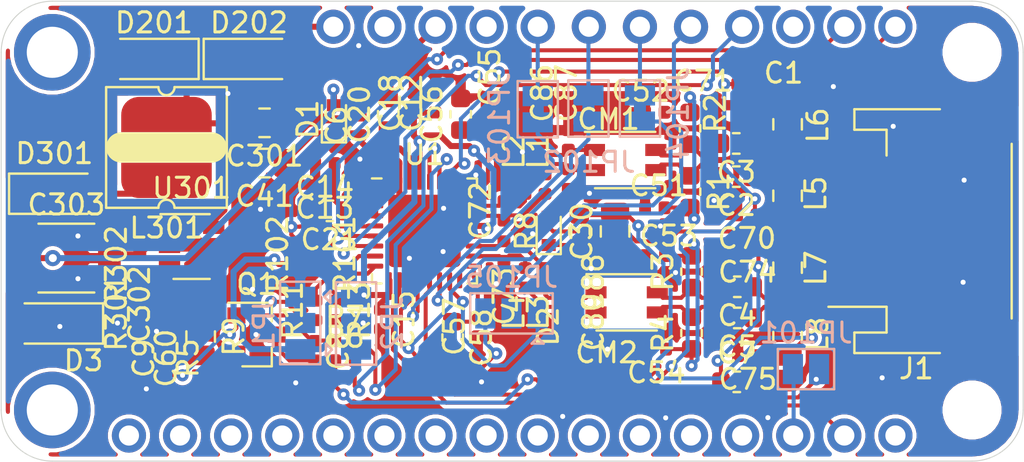
<source format=kicad_pcb>
(kicad_pcb (version 20171130) (host pcbnew "(5.1.5)-2")
  (layers (0 F.Cu signal) (31 B.Cu signal) (34 B.Paste user) (35 F.Paste user hide) (36 B.SilkS user) (37 F.SilkS user hide) (38 B.Mask user) (39 F.Mask user hide) (44 Edge.Cuts user))
  (net 0 "")
  (net 1 "Net-(C1-Pad2)")
  (net 2 "Net-(C1-Pad1)")
  (net 3 /A2B/BP)
  (net 4 /A2B/BN)
  (net 5 /A2B/AP)
  (net 6 /A2B/AN)
  (net 7 GND)
  (net 8 /A2B/VIN)
  (net 9 "Net-(C30-Pad2)")
  (net 10 "Net-(C7-Pad1)")
  (net 11 "Net-(C60-Pad2)")
  (net 12 "Net-(C60-Pad1)")
  (net 13 +3V3)
  (net 14 +1V9)
  (net 15 "Net-(C30-Pad1)")
  (net 16 "Net-(C51-Pad2)")
  (net 17 "Net-(C53-Pad2)")
  (net 18 "Net-(C55-Pad2)")
  (net 19 "Net-(C57-Pad2)")
  (net 20 +9V)
  (net 21 "Net-(Q1-Pad2)")
  (net 22 "Net-(R6-Pad2)")
  (net 23 "Net-(R7-Pad2)")
  (net 24 /A2B/IO7)
  (net 25 /A2B/IO2)
  (net 26 /A2B/IO1)
  (net 27 "Net-(U3-Pad27)")
  (net 28 "Net-(U3-Pad25)")
  (net 29 "Net-(U3-Pad19)")
  (net 30 "Net-(U3-Pad16)")
  (net 31 "Net-(U3-Pad13)")
  (net 32 "Net-(U3-Pad12)")
  (net 33 "Net-(U3-Pad11)")
  (net 34 "Net-(U3-Pad10)")
  (net 35 "Net-(U3-Pad9)")
  (net 36 "Net-(U3-Pad8)")
  (net 37 "Net-(U3-Pad7)")
  (net 38 "Net-(U3-Pad6)")
  (net 39 "Net-(U3-Pad5)")
  (net 40 "Net-(U3-Pad4)")
  (net 41 "Net-(U3-Pad3)")
  (net 42 "Net-(U3-Pad2)")
  (net 43 "Net-(U3-Pad1)")
  (net 44 /Power/EN)
  (net 45 "Net-(JP101-Pad2)")
  (net 46 /WS)
  (net 47 /BCLK)
  (net 48 +BATT)
  (net 49 "Net-(JP1-Pad2)")
  (net 50 "Net-(JP2-Pad2)")
  (net 51 /SDA)
  (net 52 /SCL)
  (net 53 VUSB)
  (net 54 /SDO_0)
  (net 55 /SDI_0)
  (net 56 /SDO_1)
  (net 57 /SDI_1)
  (net 58 /A2B/B'P)
  (net 59 /A2B/B'N)
  (net 60 /A2B/A'P)
  (net 61 /A2B/A'N)
  (net 62 /A2B/B''P)
  (net 63 /A2B/B''N)
  (net 64 /A2B/A''P)
  (net 65 /A2B/A''N)
  (net 66 /A2B/B'''N)
  (net 67 /A2B/B'''P)
  (net 68 /A2B/A'''N)
  (net 69 /A2B/A'''P)
  (net 70 +4V)
  (net 71 /Power/FB)
  (net 72 /Power/SW)
  (net 73 /IRQ)
  (net 74 /SDO)
  (net 75 /SDI)
  (net 76 /SD1)
  (net 77 /SYNC)
  (module Jumper:SolderJumper-2_P1.3mm_Open_Pad1.0x1.5mm (layer B.Cu) (at 107.315 118.618 180)
    (fp_text reference JP101 (at 0 1.8) (layer B.SilkS) (effects (justify mirror)))
    (fp_text value WS_D0)
    (pad 1 smd rect (at -0.65 0 180) (size 1 1.5) (layers B.Cu B.Mask) (net 77 /SYNC))
    (pad 2 smd rect (at 0.65 0 180) (size 1 1.5) (layers B.Cu B.Mask) (net 45 "Net-(JP101-Pad2)"))
  )
  (module A2BFeatherWing:CommonModeChoke_TDK_ACT1210 (layer F.Cu) (at 98.4 115.3)
    (fp_text reference CM2 (at -1 2.5) (layer F.SilkS))
    (fp_text value ACT1210-510-2P-TL00)
    (pad 4 smd rect (at 1.525 0.5) (size 1.05 0.6) (layers F.Cu F.Paste F.Mask) (net 61 /A2B/A'N))
    (pad 3 smd rect (at -1.525 0.5) (size 1.05 0.6) (layers F.Cu F.Paste F.Mask) (net 65 /A2B/A''N))
    (pad 2 smd rect (at 1.525 -0.5) (size 1.05 0.6) (layers F.Cu F.Paste F.Mask) (net 60 /A2B/A'P))
    (pad 1 smd rect (at -1.525 -0.5) (size 1.05 0.6) (layers F.Cu F.Paste F.Mask) (net 64 /A2B/A''P))
  )
  (module A2BFeatherWing:CommonModeChoke_TDK_ACT1210 (layer F.Cu) (at 98.325 108.225)
    (fp_text reference CM1 (at -0.825 -2.025) (layer F.SilkS))
    (fp_text value ACT1210-510-2P-TL00)
    (pad 4 smd rect (at 1.525 0.5) (size 1.05 0.6) (layers F.Cu F.Paste F.Mask) (net 58 /A2B/B'P))
    (pad 3 smd rect (at -1.525 0.5) (size 1.05 0.6) (layers F.Cu F.Paste F.Mask) (net 62 /A2B/B''P))
    (pad 2 smd rect (at 1.525 -0.5) (size 1.05 0.6) (layers F.Cu F.Paste F.Mask) (net 59 /A2B/B'N))
    (pad 1 smd rect (at -1.525 -0.5) (size 1.05 0.6) (layers F.Cu F.Paste F.Mask) (net 63 /A2B/B''N))
  )
  (module Capacitor_SMD:C_0805_2012Metric (layer F.Cu) (at 97.825 111.775 90)
    (fp_text reference C30 (at 0 -1.65 90) (layer F.SilkS))
    (fp_text value 4u7)
    (pad 2 smd roundrect (at 0.9375 0 90) (size 0.975 1.4) (layers F.Cu F.Paste F.Mask) (net 9 "Net-(C30-Pad2)"))
    (pad 1 smd roundrect (at -0.9375 0 90) (size 0.975 1.4) (layers F.Cu F.Paste F.Mask) (net 15 "Net-(C30-Pad1)"))
  )
  (module Diode_SMD:D_SOD-123 (layer F.Cu) (at 79.625 103.2)
    (fp_text reference D202 (at 0 -1.8) (layer F.SilkS))
    (fp_text value MBR0520)
    (pad 2 smd rect (at 1.65 0) (size 0.9 1.2) (layers F.Cu F.Paste F.Mask) (net 53 VUSB))
    (pad 1 smd rect (at -1.65 0) (size 0.9 1.2) (layers F.Cu F.Paste F.Mask) (net 70 +4V))
  )
  (module Diode_SMD:D_SOD-123 (layer F.Cu) (at 74.875 103.2 180)
    (fp_text reference D201 (at -0.025 1.8) (layer F.SilkS))
    (fp_text value MBR0520)
    (pad 2 smd rect (at 1.65 0 180) (size 0.9 1.2) (layers F.Cu F.Paste F.Mask) (net 48 +BATT))
    (pad 1 smd rect (at -1.65 0 180) (size 0.9 1.2) (layers F.Cu F.Paste F.Mask) (net 70 +4V))
  )
  (module Jumper:SolderJumper-3_P1.3mm_Open_Pad1.0x1.5mm (layer B.Cu) (at 92.675 115.85 180)
    (fp_text reference JP105 (at 0 1.8) (layer B.SilkS) (effects (justify mirror)))
    (fp_text value SDO1_D9_SDI1)
    (pad 1 smd rect (at -1.3 0 180) (size 1 1.5) (layers B.Cu B.Mask) (net 56 /SDO_1))
    (pad 2 smd rect (at 0 0 180) (size 1 1.5) (layers B.Cu B.Mask) (net 76 /SD1))
    (pad 3 smd rect (at 1.3 0 180) (size 1 1.5) (layers B.Cu B.Mask) (net 57 /SDI_1))
  )
  (module Resistor_SMD:R_0402_1005Metric (layer F.Cu) (at 82.22 112.91 90)
    (fp_text reference R102 (at 0 -1.17 90) (layer F.SilkS))
    (fp_text value 2k7)
    (pad 2 smd roundrect (at 0.485 0 90) (size 0.59 0.64) (layers F.Cu F.Paste F.Mask) (net 52 /SCL))
    (pad 1 smd roundrect (at -0.485 0 90) (size 0.59 0.64) (layers F.Cu F.Paste F.Mask) (net 13 +3V3))
  )
  (module Resistor_SMD:R_0402_1005Metric (layer F.Cu) (at 83.22 112.91 270)
    (fp_text reference R101 (at 0 -1.17 90) (layer F.SilkS))
    (fp_text value 2k7)
    (pad 2 smd roundrect (at 0.485 0 270) (size 0.59 0.64) (layers F.Cu F.Paste F.Mask) (net 13 +3V3))
    (pad 1 smd roundrect (at -0.485 0 270) (size 0.59 0.64) (layers F.Cu F.Paste F.Mask) (net 51 /SDA))
  )
  (module Jumper:SolderJumper-3_P1.3mm_Bridged12_Pad1.0x1.5mm (layer B.Cu) (at 84.95 116.35 90)
    (fp_text reference JP2 (at 0 1.8 -90) (layer B.SilkS) (effects (justify mirror)))
    (fp_text value SolderJumper_3_Bridged12)
    (fp_poly (pts (xy -0.9 0.3) (xy -0.4 0.3) (xy -0.4 -0.3) (xy -0.9 -0.3)) (layer B.Cu) (width 0))
    (pad 2 smd rect (at 0 0 90) (size 1 1.5) (layers B.Cu B.Mask) (net 50 "Net-(JP2-Pad2)"))
    (pad 3 smd rect (at 1.3 0 90) (size 1 1.5) (layers B.Cu B.Mask) (net 13 +3V3))
    (pad 1 smd rect (at -1.3 0 90) (size 1 1.5) (layers B.Cu B.Mask) (net 7 GND))
  )
  (module Jumper:SolderJumper-3_P1.3mm_Bridged12_Pad1.0x1.5mm (layer B.Cu) (at 82.175 116.325 270)
    (fp_text reference JP1 (at 0 1.8 270) (layer B.SilkS) (effects (justify mirror)))
    (fp_text value SolderJumper_3_Bridged12)
    (fp_poly (pts (xy -0.9 0.3) (xy -0.4 0.3) (xy -0.4 -0.3) (xy -0.9 -0.3)) (layer B.Cu) (width 0))
    (pad 2 smd rect (at 0 0 270) (size 1 1.5) (layers B.Cu B.Mask) (net 49 "Net-(JP1-Pad2)"))
    (pad 3 smd rect (at 1.3 0 270) (size 1 1.5) (layers B.Cu B.Mask) (net 13 +3V3))
    (pad 1 smd rect (at -1.3 0 270) (size 1 1.5) (layers B.Cu B.Mask) (net 7 GND))
  )
  (module Diode_SMD:D_SOD-123 (layer F.Cu) (at 70.125 116.35 180)
    (fp_text reference D3 (at -1.275 -1.85) (layer F.SilkS))
    (fp_text value SS16HE3_B/H)
    (pad 2 smd rect (at 1.65 0 180) (size 0.9 1.2) (layers F.Cu F.Paste F.Mask) (net 20 +9V))
    (pad 1 smd rect (at -1.65 0 180) (size 0.9 1.2) (layers F.Cu F.Paste F.Mask) (net 12 "Net-(C60-Pad1)"))
  )
  (module Capacitor_SMD:C_0805_2012Metric (layer F.Cu) (at 80.4 108.375 180)
    (fp_text reference C41 (at 0 -1.65) (layer F.SilkS))
    (fp_text value 10u)
    (pad 2 smd roundrect (at 0.9375 0 180) (size 0.975 1.4) (layers F.Cu F.Paste F.Mask) (net 7 GND))
    (pad 1 smd roundrect (at -0.9375 0 180) (size 0.975 1.4) (layers F.Cu F.Paste F.Mask) (net 8 /A2B/VIN))
  )
  (module Resistor_SMD:R_0603_1608Metric (layer F.Cu) (at 101.625 116.825 90)
    (fp_text reference R4 (at 0 -1.43 90) (layer F.SilkS))
    (fp_text value 120)
    (pad 2 smd roundrect (at 0.7875 0 90) (size 0.875 0.95) (layers F.Cu F.Paste F.Mask) (net 61 /A2B/A'N))
    (pad 1 smd roundrect (at -0.7875 0 90) (size 0.875 0.95) (layers F.Cu F.Paste F.Mask) (net 17 "Net-(C53-Pad2)"))
  )
  (module Resistor_SMD:R_0603_1608Metric (layer F.Cu) (at 101.625 113.775 90)
    (fp_text reference R3 (at 0 -1.43 90) (layer F.SilkS))
    (fp_text value 120)
    (pad 2 smd roundrect (at 0.7875 0 90) (size 0.875 0.95) (layers F.Cu F.Paste F.Mask) (net 17 "Net-(C53-Pad2)"))
    (pad 1 smd roundrect (at -0.7875 0 90) (size 0.875 0.95) (layers F.Cu F.Paste F.Mask) (net 60 /A2B/A'P))
  )
  (module Resistor_SMD:R_0603_1608Metric (layer F.Cu) (at 101.55 106.65 270)
    (fp_text reference R2 (at -0.75 -1.25 90) (layer F.SilkS))
    (fp_text value 120)
    (pad 2 smd roundrect (at 0.7875 0 270) (size 0.875 0.95) (layers F.Cu F.Paste F.Mask) (net 59 /A2B/B'N))
    (pad 1 smd roundrect (at -0.7875 0 270) (size 0.875 0.95) (layers F.Cu F.Paste F.Mask) (net 16 "Net-(C51-Pad2)"))
  )
  (module Resistor_SMD:R_0603_1608Metric (layer F.Cu) (at 101.55 109.8 270)
    (fp_text reference R1 (at 0 -1.43 90) (layer F.SilkS))
    (fp_text value 120)
    (pad 2 smd roundrect (at 0.7875 0 270) (size 0.875 0.95) (layers F.Cu F.Paste F.Mask) (net 16 "Net-(C51-Pad2)"))
    (pad 1 smd roundrect (at -0.7875 0 270) (size 0.875 0.95) (layers F.Cu F.Paste F.Mask) (net 58 /A2B/B'P))
  )
  (module Jumper:SolderJumper-2_P1.3mm_Bridged_Pad1.0x1.5mm (layer B.Cu) (at 99.06 105.664 270)
    (fp_text reference JP104 (at 0.254 -1.905 90) (layer B.SilkS) (effects (justify mirror)))
    (fp_text value WS_D10)
    (fp_poly (pts (xy -0.25 0.3) (xy 0.25 0.3) (xy 0.25 -0.3) (xy -0.25 -0.3)) (layer B.Cu) (width 0))
    (pad 2 smd rect (at 0.65 0 270) (size 1 1.5) (layers B.Cu B.Mask) (net 77 /SYNC))
    (pad 1 smd rect (at -0.65 0 270) (size 1 1.5) (layers B.Cu B.Mask) (net 46 /WS))
  )
  (module Jumper:SolderJumper-2_P1.3mm_Bridged_Pad1.0x1.5mm (layer B.Cu) (at 93.98 105.7 270)
    (fp_text reference JP103 (at 0.472 1.905 90) (layer B.SilkS) (effects (justify mirror)))
    (fp_text value SDI_D12)
    (fp_poly (pts (xy -0.25 0.3) (xy 0.25 0.3) (xy 0.25 -0.3) (xy -0.25 -0.3)) (layer B.Cu) (width 0))
    (pad 2 smd rect (at 0.65 0 270) (size 1 1.5) (layers B.Cu B.Mask) (net 55 /SDI_0))
    (pad 1 smd rect (at -0.65 0 270) (size 1 1.5) (layers B.Cu B.Mask) (net 75 /SDI))
  )
  (module Jumper:SolderJumper-2_P1.3mm_Bridged_Pad1.0x1.5mm (layer B.Cu) (at 96.5 105.664 270)
    (fp_text reference JP102 (at 2.667 -0.02 180) (layer B.SilkS) (effects (justify mirror)))
    (fp_text value SD_D11)
    (fp_poly (pts (xy -0.25 0.3) (xy 0.25 0.3) (xy 0.25 -0.3) (xy -0.25 -0.3)) (layer B.Cu) (width 0))
    (pad 2 smd rect (at 0.65 0 270) (size 1 1.5) (layers B.Cu B.Mask) (net 54 /SDO_0))
    (pad 1 smd rect (at -0.65 0 270) (size 1 1.5) (layers B.Cu B.Mask) (net 74 /SDO))
  )
  (module Package_TO_SOT_SMD:SOT-23-5 (layer F.Cu) (at 76.775 112.525)
    (fp_text reference U301 (at 0 -2.9) (layer F.SilkS))
    (fp_text value LT1930A)
    (pad 5 smd rect (at 1.1 -0.95) (size 1.06 0.65) (layers F.Cu F.Paste F.Mask) (net 70 +4V))
    (pad 4 smd rect (at 1.1 0.95) (size 1.06 0.65) (layers F.Cu F.Paste F.Mask) (net 44 /Power/EN))
    (pad 3 smd rect (at -1.1 0.95) (size 1.06 0.65) (layers F.Cu F.Paste F.Mask) (net 71 /Power/FB))
    (pad 2 smd rect (at -1.1 0) (size 1.06 0.65) (layers F.Cu F.Paste F.Mask) (net 7 GND))
    (pad 1 smd rect (at -1.1 -0.95) (size 1.06 0.65) (layers F.Cu F.Paste F.Mask) (net 72 /Power/SW))
  )
  (module Resistor_SMD:R_0402_1005Metric (layer F.Cu) (at 74.2 113.4 90)
    (fp_text reference R302 (at 0 -1.17 90) (layer F.SilkS))
    (fp_text value 11k3)
    (pad 2 smd roundrect (at 0.485 0 90) (size 0.59 0.64) (layers F.Cu F.Paste F.Mask) (net 7 GND))
    (pad 1 smd roundrect (at -0.485 0 90) (size 0.59 0.64) (layers F.Cu F.Paste F.Mask) (net 71 /Power/FB))
  )
  (module Resistor_SMD:R_0402_1005Metric (layer F.Cu) (at 74.2 115.4 90)
    (fp_text reference R301 (at -0.4 -1.17 90) (layer F.SilkS))
    (fp_text value 60k4)
    (pad 2 smd roundrect (at 0.485 0 90) (size 0.59 0.64) (layers F.Cu F.Paste F.Mask) (net 71 /Power/FB))
    (pad 1 smd roundrect (at -0.485 0 90) (size 0.59 0.64) (layers F.Cu F.Paste F.Mask) (net 20 +9V))
  )
  (module A2BFeatherWing:L_Sumida_CR43_4.3x4.8x3.5mm (layer F.Cu) (at 75.525 107.6)
    (fp_text reference L301 (at 0 4) (layer F.SilkS))
    (fp_text value 4.7uH)
    (pad 2 smd custom (at 0 1.2 180) (size 4.5 0.875) (layers F.Cu F.Paste F.Mask) (net 72 /Power/SW) (options (clearance outline) (anchor rect)) (primitives (gr_line (start -1.375 -0.4375) (end 1.375 -0.4375) (width 1.75))))
    (pad 1 smd custom (at 0 -1.2) (size 4.5 0.875) (layers F.Cu F.Paste F.Mask) (net 70 +4V) (options (clearance outline) (anchor rect)) (primitives (gr_line (start -1.375 -0.4375) (end 1.375 -0.4375) (width 1.75))))
  )
  (module Capacitor_SMD:C_1812_4532Metric (layer F.Cu) (at 70.55 113.1)
    (fp_text reference C303 (at 0 -2.65) (layer F.SilkS))
    (fp_text value 22u)
    (pad 2 smd roundrect (at 2.1375 0) (size 1.125 3.4) (layers F.Cu F.Paste F.Mask) (roundrect_rratio 0.222222) (net 7 GND))
    (pad 1 smd roundrect (at -2.1375 0) (size 1.125 3.4) (layers F.Cu F.Paste F.Mask) (roundrect_rratio 0.222222) (net 20 +9V))
  )
  (module Capacitor_SMD:C_0402_1005Metric (layer F.Cu) (at 75.35 115.4 90)
    (fp_text reference C302 (at 0 -1.17 90) (layer F.SilkS))
    (fp_text value 47p)
    (pad 2 smd roundrect (at 0.485 0 90) (size 0.59 0.64) (layers F.Cu F.Paste F.Mask) (net 71 /Power/FB))
    (pad 1 smd roundrect (at -0.485 0 90) (size 0.59 0.64) (layers F.Cu F.Paste F.Mask) (net 20 +9V))
  )
  (module Capacitor_SMD:C_0805_2012Metric (layer F.Cu) (at 80.4 106.375 180)
    (fp_text reference C301 (at 0 -1.65) (layer F.SilkS))
    (fp_text value 2u2)
    (pad 2 smd roundrect (at 0.9375 0 180) (size 0.975 1.4) (layers F.Cu F.Paste F.Mask) (net 7 GND))
    (pad 1 smd roundrect (at -0.9375 0 180) (size 0.975 1.4) (layers F.Cu F.Paste F.Mask) (net 70 +4V))
  )
  (module Package_DFN_QFN:QFN-32-1EP_5x5mm_P0.5mm_EP3.6x3.6mm (layer F.Cu) (at 88.35 111.75)
    (fp_text reference U1 (at 0 -3.8) (layer F.SilkS))
    (fp_text value AD2428W)
    (pad 32 smd roundrect (at -1.75 -2.45) (size 0.25 0.8) (layers F.Cu F.Paste F.Mask) (net 14 +1V9))
    (pad 31 smd roundrect (at -1.25 -2.45) (size 0.25 0.8) (layers F.Cu F.Paste F.Mask) (net 7 GND))
    (pad 30 smd roundrect (at -0.75 -2.45) (size 0.25 0.8) (layers F.Cu F.Paste F.Mask) (net 8 /A2B/VIN))
    (pad 29 smd roundrect (at -0.25 -2.45) (size 0.25 0.8) (layers F.Cu F.Paste F.Mask) (net 13 +3V3))
    (pad 28 smd roundrect (at 0.25 -2.45) (size 0.25 0.8) (layers F.Cu F.Paste F.Mask) (net 22 "Net-(R6-Pad2)"))
    (pad 27 smd roundrect (at 0.75 -2.45) (size 0.25 0.8) (layers F.Cu F.Paste F.Mask) (net 23 "Net-(R7-Pad2)"))
    (pad 26 smd roundrect (at 1.25 -2.45) (size 0.25 0.8) (layers F.Cu F.Paste F.Mask) (net 1 "Net-(C1-Pad2)"))
    (pad 25 smd roundrect (at 1.75 -2.45) (size 0.25 0.8) (layers F.Cu F.Paste F.Mask) (net 7 GND))
    (pad 24 smd roundrect (at 2.45 -1.75) (size 0.8 0.25) (layers F.Cu F.Paste F.Mask) (net 18 "Net-(C55-Pad2)"))
    (pad 23 smd roundrect (at 2.45 -1.25) (size 0.8 0.25) (layers F.Cu F.Paste F.Mask) (net 66 /A2B/B'''N))
    (pad 22 smd roundrect (at 2.45 -0.75) (size 0.8 0.25) (layers F.Cu F.Paste F.Mask) (net 67 /A2B/B'''P))
    (pad 21 smd roundrect (at 2.45 -0.25) (size 0.8 0.25) (layers F.Cu F.Paste F.Mask) (net 13 +3V3))
    (pad 20 smd roundrect (at 2.45 0.25) (size 0.8 0.25) (layers F.Cu F.Paste F.Mask) (net 13 +3V3))
    (pad 19 smd roundrect (at 2.45 0.75) (size 0.8 0.25) (layers F.Cu F.Paste F.Mask) (net 69 /A2B/A'''P))
    (pad 18 smd roundrect (at 2.45 1.25) (size 0.8 0.25) (layers F.Cu F.Paste F.Mask) (net 68 /A2B/A'''N))
    (pad 17 smd roundrect (at 2.45 1.75) (size 0.8 0.25) (layers F.Cu F.Paste F.Mask) (net 19 "Net-(C57-Pad2)"))
    (pad 16 smd roundrect (at 1.75 2.45) (size 0.25 0.8) (layers F.Cu F.Paste F.Mask) (net 24 /A2B/IO7))
    (pad 15 smd roundrect (at 1.25 2.45) (size 0.25 0.8) (layers F.Cu F.Paste F.Mask) (net 56 /SDO_1))
    (pad 14 smd roundrect (at 0.75 2.45) (size 0.25 0.8) (layers F.Cu F.Paste F.Mask) (net 54 /SDO_0))
    (pad 13 smd roundrect (at 0.25 2.45) (size 0.25 0.8) (layers F.Cu F.Paste F.Mask) (net 57 /SDI_1))
    (pad 12 smd roundrect (at -0.25 2.45) (size 0.25 0.8) (layers F.Cu F.Paste F.Mask) (net 55 /SDI_0))
    (pad 11 smd roundrect (at -0.75 2.45) (size 0.25 0.8) (layers F.Cu F.Paste F.Mask) (net 77 /SYNC))
    (pad 10 smd roundrect (at -1.25 2.45) (size 0.25 0.8) (layers F.Cu F.Paste F.Mask) (net 47 /BCLK))
    (pad 9 smd roundrect (at -1.75 2.45) (size 0.25 0.8) (layers F.Cu F.Paste F.Mask) (net 13 +3V3))
    (pad 8 smd roundrect (at -2.45 1.75) (size 0.8 0.25) (layers F.Cu F.Paste F.Mask) (net 25 /A2B/IO2))
    (pad 7 smd roundrect (at -2.45 1.25) (size 0.8 0.25) (layers F.Cu F.Paste F.Mask) (net 26 /A2B/IO1))
    (pad 6 smd roundrect (at -2.45 0.75) (size 0.8 0.25) (layers F.Cu F.Paste F.Mask) (net 73 /IRQ))
    (pad 5 smd roundrect (at -2.45 0.25) (size 0.8 0.25) (layers F.Cu F.Paste F.Mask) (net 51 /SDA))
    (pad 4 smd roundrect (at -2.45 -0.25) (size 0.8 0.25) (layers F.Cu F.Paste F.Mask) (net 52 /SCL))
    (pad 3 smd roundrect (at -2.45 -0.75) (size 0.8 0.25) (layers F.Cu F.Paste F.Mask) (net 14 +1V9))
    (pad 2 smd roundrect (at -2.45 -1.25) (size 0.8 0.25) (layers F.Cu F.Paste F.Mask) (net 14 +1V9))
    (pad 1 smd roundrect (at -2.45 -1.75) (size 0.8 0.25) (layers F.Cu F.Paste F.Mask) (net 14 +1V9))
    (pad 33 smd roundrect (at 0 0) (size 3.6 3.6) (layers F.Cu F.Mask) (roundrect_rratio 0.06944400000000001) (net 7 GND))
  )
  (module Resistor_SMD:R_0402_1005Metric (layer F.Cu) (at 83.95 115.7 270)
    (fp_text reference R13 (at 0 -1.17 90) (layer F.SilkS))
    (fp_text value 10k)
    (pad 2 smd roundrect (at 0.485 0 270) (size 0.59 0.64) (layers F.Cu F.Paste F.Mask) (net 50 "Net-(JP2-Pad2)"))
    (pad 1 smd roundrect (at -0.485 0 270) (size 0.59 0.64) (layers F.Cu F.Paste F.Mask) (net 25 /A2B/IO2))
  )
  (module Resistor_SMD:R_0402_1005Metric (layer F.Cu) (at 82.95 115.7 90)
    (fp_text reference R11 (at 0 -1.17 90) (layer F.SilkS))
    (fp_text value 10k)
    (pad 2 smd roundrect (at 0.485 0 90) (size 0.59 0.64) (layers F.Cu F.Paste F.Mask) (net 26 /A2B/IO1))
    (pad 1 smd roundrect (at -0.485 0 90) (size 0.59 0.64) (layers F.Cu F.Paste F.Mask) (net 49 "Net-(JP1-Pad2)"))
  )
  (module Resistor_SMD:R_0805_2012Metric (layer F.Cu) (at 77.225 117 270)
    (fp_text reference R9 (at 0 -1.65 90) (layer F.SilkS))
    (fp_text value 1r)
    (pad 2 smd roundrect (at 0.9375 0 270) (size 0.975 1.4) (layers F.Cu F.Paste F.Mask) (net 21 "Net-(Q1-Pad2)"))
    (pad 1 smd roundrect (at -0.9375 0 270) (size 0.975 1.4) (layers F.Cu F.Paste F.Mask) (net 12 "Net-(C60-Pad1)"))
  )
  (module Resistor_SMD:R_0603_1608Metric (layer F.Cu) (at 96.05 111.75 90)
    (fp_text reference R8 (at 0 -2.65 90) (layer F.SilkS))
    (fp_text value 4k7)
    (pad 2 smd roundrect (at 0.7875 0 90) (size 0.875 0.95) (layers F.Cu F.Paste F.Mask) (net 9 "Net-(C30-Pad2)"))
    (pad 1 smd roundrect (at -0.7875 0 90) (size 0.875 0.95) (layers F.Cu F.Paste F.Mask) (net 15 "Net-(C30-Pad1)"))
  )
  (module Resistor_SMD:R_0402_1005Metric (layer F.Cu) (at 84.4 117.2)
    (fp_text reference R7 (at 0 -1.17) (layer F.SilkS))
    (fp_text value 3k3)
    (pad 2 smd roundrect (at 0.485 0) (size 0.59 0.64) (layers F.Cu F.Paste F.Mask) (net 23 "Net-(R7-Pad2)"))
    (pad 1 smd roundrect (at -0.485 0) (size 0.59 0.64) (layers F.Cu F.Paste F.Mask) (net 11 "Net-(C60-Pad2)"))
  )
  (module Resistor_SMD:R_0402_1005Metric (layer F.Cu) (at 84.4 118.2)
    (fp_text reference R6 (at 0 -1.17) (layer F.SilkS))
    (fp_text value 1k)
    (pad 2 smd roundrect (at 0.485 0) (size 0.59 0.64) (layers F.Cu F.Paste F.Mask) (net 22 "Net-(R6-Pad2)"))
    (pad 1 smd roundrect (at -0.485 0) (size 0.59 0.64) (layers F.Cu F.Paste F.Mask) (net 2 "Net-(C1-Pad1)"))
  )
  (module Resistor_SMD:R_0402_1005Metric (layer F.Cu) (at 75.425 118.075 270)
    (fp_text reference R5 (at 0 -1.17 90) (layer F.SilkS))
    (fp_text value 33k)
    (pad 2 smd roundrect (at 0.485 0 270) (size 0.59 0.64) (layers F.Cu F.Paste F.Mask) (net 11 "Net-(C60-Pad2)"))
    (pad 1 smd roundrect (at -0.485 0 270) (size 0.59 0.64) (layers F.Cu F.Paste F.Mask) (net 12 "Net-(C60-Pad1)"))
  )
  (module Package_TO_SOT_SMD:SOT-23 (layer F.Cu) (at 80 116.9)
    (fp_text reference Q1 (at 0 -2.5) (layer F.SilkS))
    (fp_text value Q_PMOS_GDS)
    (pad 3 smd rect (at 1 0) (size 0.9 0.8) (layers F.Cu F.Paste F.Mask) (net 2 "Net-(C1-Pad1)"))
    (pad 2 smd rect (at -1 0.95) (size 0.9 0.8) (layers F.Cu F.Paste F.Mask) (net 21 "Net-(Q1-Pad2)"))
    (pad 1 smd rect (at -1 -0.95) (size 0.9 0.8) (layers F.Cu F.Paste F.Mask) (net 11 "Net-(C60-Pad2)"))
  )
  (module Inductor_SMD:L_0805_2012Metric (layer F.Cu) (at 106.4 117.025 270)
    (fp_text reference L8 (at -0.125 -1.5 90) (layer F.SilkS))
    (fp_text value 3u3)
    (pad 2 smd roundrect (at 0.9375 0 270) (size 0.975 1.4) (layers F.Cu F.Paste F.Mask) (net 9 "Net-(C30-Pad2)"))
    (pad 1 smd roundrect (at -0.9375 0 270) (size 0.975 1.4) (layers F.Cu F.Paste F.Mask) (net 6 /A2B/AN))
  )
  (module Inductor_SMD:L_0805_2012Metric (layer F.Cu) (at 106.4 113.575 270)
    (fp_text reference L7 (at 0.025 -1.4 90) (layer F.SilkS))
    (fp_text value 3u3)
    (pad 2 smd roundrect (at 0.9375 0 270) (size 0.975 1.4) (layers F.Cu F.Paste F.Mask) (net 5 /A2B/AP))
    (pad 1 smd roundrect (at -0.9375 0 270) (size 0.975 1.4) (layers F.Cu F.Paste F.Mask) (net 10 "Net-(C7-Pad1)"))
  )
  (module Inductor_SMD:L_0805_2012Metric (layer F.Cu) (at 106.4 106.45 90)
    (fp_text reference L6 (at -0.05 1.5 90) (layer F.SilkS))
    (fp_text value 3u3)
    (pad 2 smd roundrect (at 0.9375 0 90) (size 0.975 1.4) (layers F.Cu F.Paste F.Mask) (net 1 "Net-(C1-Pad2)"))
    (pad 1 smd roundrect (at -0.9375 0 90) (size 0.975 1.4) (layers F.Cu F.Paste F.Mask) (net 4 /A2B/BN))
  )
  (module Inductor_SMD:L_0805_2012Metric (layer F.Cu) (at 106.4 110 90)
    (fp_text reference L5 (at 0.1 1.4 90) (layer F.SilkS))
    (fp_text value 3u3)
    (pad 2 smd roundrect (at 0.9375 0 90) (size 0.975 1.4) (layers F.Cu F.Paste F.Mask) (net 3 /A2B/BP))
    (pad 1 smd roundrect (at -0.9375 0 90) (size 0.975 1.4) (layers F.Cu F.Paste F.Mask) (net 2 "Net-(C1-Pad1)"))
  )
  (module Inductor_SMD:L_0402_1005Metric (layer F.Cu) (at 93.358003 114.07777 270)
    (fp_text reference L4 (at 1.72223 0.558003 90) (layer F.SilkS))
    (fp_text value 180n)
    (pad 2 smd roundrect (at 0.485 0 270) (size 0.59 0.64) (layers F.Cu F.Paste F.Mask) (net 65 /A2B/A''N))
    (pad 1 smd roundrect (at -0.485 0 270) (size 0.59 0.64) (layers F.Cu F.Paste F.Mask) (net 68 /A2B/A'''N))
  )
  (module Inductor_SMD:L_0402_1005Metric (layer F.Cu) (at 94.358003 114.077771 90)
    (fp_text reference L3 (at -1.722229 -0.358003 90) (layer F.SilkS))
    (fp_text value 180n)
    (pad 2 smd roundrect (at 0.485 0 90) (size 0.59 0.64) (layers F.Cu F.Paste F.Mask) (net 69 /A2B/A'''P))
    (pad 1 smd roundrect (at -0.485 0 90) (size 0.59 0.64) (layers F.Cu F.Paste F.Mask) (net 64 /A2B/A''P))
  )
  (module Inductor_SMD:L_0402_1005Metric (layer F.Cu) (at 93.341997 109.422229 90)
    (fp_text reference L2 (at 1.622229 -0.541997 90) (layer F.SilkS))
    (fp_text value 180n)
    (pad 2 smd roundrect (at 0.485 0 90) (size 0.59 0.64) (layers F.Cu F.Paste F.Mask) (net 63 /A2B/B''N))
    (pad 1 smd roundrect (at -0.485 0 90) (size 0.59 0.64) (layers F.Cu F.Paste F.Mask) (net 66 /A2B/B'''N))
  )
  (module Inductor_SMD:L_0402_1005Metric (layer F.Cu) (at 94.341997 109.42223 270)
    (fp_text reference L1 (at -1.62223 0.341997 90) (layer F.SilkS))
    (fp_text value 180n)
    (pad 2 smd roundrect (at 0.485 0 270) (size 0.59 0.64) (layers F.Cu F.Paste F.Mask) (net 67 /A2B/B'''P))
    (pad 1 smd roundrect (at -0.485 0 270) (size 0.59 0.64) (layers F.Cu F.Paste F.Mask) (net 62 /A2B/B''P))
  )
  (module Diode_SMD:D_SOD-123 (layer F.Cu) (at 69.95 109.9)
    (fp_text reference D301 (at 0 -2) (layer F.SilkS))
    (fp_text value MBR0520)
    (pad 2 smd rect (at 1.65 0) (size 0.9 1.2) (layers F.Cu F.Paste F.Mask) (net 72 /Power/SW))
    (pad 1 smd rect (at -1.65 0) (size 0.9 1.2) (layers F.Cu F.Paste F.Mask) (net 20 +9V))
  )
  (module Diode_SMD:D_SOD-523 (layer F.Cu) (at 94.525 111.75 90)
    (fp_text reference D2 (at -4.75 -0.025 90) (layer F.SilkS))
    (fp_text value RB521S30)
    (pad 1 smd rect (at -0.7 0 270) (size 0.6 0.7) (layers F.Cu F.Paste F.Mask) (net 15 "Net-(C30-Pad1)"))
    (pad 2 smd rect (at 0.7 0 270) (size 0.6 0.7) (layers F.Cu F.Paste F.Mask) (net 10 "Net-(C7-Pad1)"))
  )
  (module Diode_SMD:D_SOD-523 (layer F.Cu) (at 83.85 106.2 90)
    (fp_text reference D1 (at 0 -1.3 90) (layer F.SilkS))
    (fp_text value RB521S30)
    (pad 1 smd rect (at -0.7 0 270) (size 0.6 0.7) (layers F.Cu F.Paste F.Mask) (net 8 /A2B/VIN))
    (pad 2 smd rect (at 0.7 0 270) (size 0.6 0.7) (layers F.Cu F.Paste F.Mask) (net 20 +9V))
  )
  (module Capacitor_SMD:C_0402_1005Metric (layer F.Cu) (at 95.575 116.275 270)
    (fp_text reference C89 (at 0 -1.17 90) (layer F.SilkS))
    (fp_text value 27p)
    (pad 2 smd roundrect (at 0.485 0 270) (size 0.59 0.64) (layers F.Cu F.Paste F.Mask) (net 7 GND))
    (pad 1 smd roundrect (at -0.485 0 270) (size 0.59 0.64) (layers F.Cu F.Paste F.Mask) (net 65 /A2B/A''N))
  )
  (module Capacitor_SMD:C_0402_1005Metric (layer F.Cu) (at 95.575 114.325 270)
    (fp_text reference C88 (at 0 -1.17 90) (layer F.SilkS))
    (fp_text value 27p)
    (pad 2 smd roundrect (at 0.485 0 270) (size 0.59 0.64) (layers F.Cu F.Paste F.Mask) (net 64 /A2B/A''P))
    (pad 1 smd roundrect (at -0.485 0 270) (size 0.59 0.64) (layers F.Cu F.Paste F.Mask) (net 7 GND))
  )
  (module Capacitor_SMD:C_0402_1005Metric (layer F.Cu) (at 95.5 107.225 90)
    (fp_text reference C87 (at 2.325 -0.1 90) (layer F.SilkS))
    (fp_text value 27p)
    (pad 2 smd roundrect (at 0.485 0 90) (size 0.59 0.64) (layers F.Cu F.Paste F.Mask) (net 7 GND))
    (pad 1 smd roundrect (at -0.485 0 90) (size 0.59 0.64) (layers F.Cu F.Paste F.Mask) (net 63 /A2B/B''N))
  )
  (module Capacitor_SMD:C_0402_1005Metric (layer F.Cu) (at 95.5 109.175 90)
    (fp_text reference C86 (at 4.275 -1.3 90) (layer F.SilkS))
    (fp_text value 27p)
    (pad 2 smd roundrect (at 0.485 0 90) (size 0.59 0.64) (layers F.Cu F.Paste F.Mask) (net 62 /A2B/B''P))
    (pad 1 smd roundrect (at -0.485 0 90) (size 0.59 0.64) (layers F.Cu F.Paste F.Mask) (net 7 GND))
  )
  (module Capacitor_SMD:C_0402_1005Metric (layer F.Cu) (at 104.425 117.95 180)
    (fp_text reference C75 (at 0 -1.17) (layer F.SilkS))
    (fp_text value 33n)
    (pad 2 smd roundrect (at 0.485 0 180) (size 0.59 0.64) (layers F.Cu F.Paste F.Mask) (net 7 GND))
    (pad 1 smd roundrect (at -0.485 0 180) (size 0.59 0.64) (layers F.Cu F.Paste F.Mask) (net 9 "Net-(C30-Pad2)"))
  )
  (module Capacitor_SMD:C_0402_1005Metric (layer F.Cu) (at 104.4 112.625 180)
    (fp_text reference C74 (at 0 -1.17) (layer F.SilkS))
    (fp_text value 33n)
    (pad 2 smd roundrect (at 0.485 0 180) (size 0.59 0.64) (layers F.Cu F.Paste F.Mask) (net 7 GND))
    (pad 1 smd roundrect (at -0.485 0 180) (size 0.59 0.64) (layers F.Cu F.Paste F.Mask) (net 10 "Net-(C7-Pad1)"))
  )
  (module Capacitor_SMD:C_0402_1005Metric (layer F.Cu) (at 92.3 112.75 270)
    (fp_text reference C73 (at 2.25 0 90) (layer F.SilkS))
    (fp_text value 12p)
    (pad 2 smd roundrect (at 0.485 0 270) (size 0.59 0.64) (layers F.Cu F.Paste F.Mask) (net 68 /A2B/A'''N))
    (pad 1 smd roundrect (at -0.485 0 270) (size 0.59 0.64) (layers F.Cu F.Paste F.Mask) (net 69 /A2B/A'''P))
  )
  (module Capacitor_SMD:C_0402_1005Metric (layer F.Cu) (at 92.3 110.75 90)
    (fp_text reference C72 (at 0 -1.17 90) (layer F.SilkS))
    (fp_text value 12p)
    (pad 2 smd roundrect (at 0.485 0 90) (size 0.59 0.64) (layers F.Cu F.Paste F.Mask) (net 66 /A2B/B'''N))
    (pad 1 smd roundrect (at -0.485 0 90) (size 0.59 0.64) (layers F.Cu F.Paste F.Mask) (net 67 /A2B/B'''P))
  )
  (module Capacitor_SMD:C_0402_1005Metric (layer F.Cu) (at 104.4 105.5 180)
    (fp_text reference C71 (at 2.2 1.2) (layer F.SilkS))
    (fp_text value 33n)
    (pad 2 smd roundrect (at 0.485 0 180) (size 0.59 0.64) (layers F.Cu F.Paste F.Mask) (net 7 GND))
    (pad 1 smd roundrect (at -0.485 0 180) (size 0.59 0.64) (layers F.Cu F.Paste F.Mask) (net 1 "Net-(C1-Pad2)"))
  )
  (module Capacitor_SMD:C_0402_1005Metric (layer F.Cu) (at 104.375 110.95 180)
    (fp_text reference C70 (at 0 -1.17) (layer F.SilkS))
    (fp_text value 33n)
    (pad 2 smd roundrect (at 0.485 0 180) (size 0.59 0.64) (layers F.Cu F.Paste F.Mask) (net 7 GND))
    (pad 1 smd roundrect (at -0.485 0 180) (size 0.59 0.64) (layers F.Cu F.Paste F.Mask) (net 2 "Net-(C1-Pad1)"))
  )
  (module Capacitor_SMD:C_0402_1005Metric (layer F.Cu) (at 74.325 118.075 270)
    (fp_text reference C60 (at 0 -1.17 90) (layer F.SilkS))
    (fp_text value 15n)
    (pad 2 smd roundrect (at 0.485 0 270) (size 0.59 0.64) (layers F.Cu F.Paste F.Mask) (net 11 "Net-(C60-Pad2)"))
    (pad 1 smd roundrect (at -0.485 0 270) (size 0.59 0.64) (layers F.Cu F.Paste F.Mask) (net 12 "Net-(C60-Pad1)"))
  )
  (module Capacitor_SMD:C_0603_1608Metric (layer F.Cu) (at 89.75 117.05 270)
    (fp_text reference C58 (at 0 -1.43 90) (layer F.SilkS))
    (fp_text value 4u7)
    (pad 2 smd roundrect (at 0.7875 0 270) (size 0.875 0.95) (layers F.Cu F.Paste F.Mask) (net 7 GND))
    (pad 1 smd roundrect (at -0.7875 0 270) (size 0.875 0.95) (layers F.Cu F.Paste F.Mask) (net 19 "Net-(C57-Pad2)"))
  )
  (module Capacitor_SMD:C_0402_1005Metric (layer F.Cu) (at 91 116.5 90)
    (fp_text reference C57 (at 0 -1.17 90) (layer F.SilkS))
    (fp_text value 0u1)
    (pad 2 smd roundrect (at 0.485 0 90) (size 0.59 0.64) (layers F.Cu F.Paste F.Mask) (net 19 "Net-(C57-Pad2)"))
    (pad 1 smd roundrect (at -0.485 0 90) (size 0.59 0.64) (layers F.Cu F.Paste F.Mask) (net 7 GND))
  )
  (module Capacitor_SMD:C_0603_1608Metric (layer F.Cu) (at 90.15 105.95 90)
    (fp_text reference C56 (at 0 -1.43 90) (layer F.SilkS))
    (fp_text value 4u7)
    (pad 2 smd roundrect (at 0.7875 0 90) (size 0.875 0.95) (layers F.Cu F.Paste F.Mask) (net 7 GND))
    (pad 1 smd roundrect (at -0.7875 0 90) (size 0.875 0.95) (layers F.Cu F.Paste F.Mask) (net 18 "Net-(C55-Pad2)"))
  )
  (module Capacitor_SMD:C_0402_1005Metric (layer F.Cu) (at 91.4 106.5 270)
    (fp_text reference C55 (at -2.4 -0.2 90) (layer F.SilkS))
    (fp_text value 0u1)
    (pad 2 smd roundrect (at 0.485 0 270) (size 0.59 0.64) (layers F.Cu F.Paste F.Mask) (net 18 "Net-(C55-Pad2)"))
    (pad 1 smd roundrect (at -0.485 0 270) (size 0.59 0.64) (layers F.Cu F.Paste F.Mask) (net 7 GND))
  )
  (module Capacitor_SMD:C_0402_1005Metric (layer F.Cu) (at 99.875 117.625 180)
    (fp_text reference C54 (at 0 -1.17) (layer F.SilkS))
    (fp_text value 33n)
    (pad 2 smd roundrect (at 0.485 0 180) (size 0.59 0.64) (layers F.Cu F.Paste F.Mask) (net 7 GND))
    (pad 1 smd roundrect (at -0.485 0 180) (size 0.59 0.64) (layers F.Cu F.Paste F.Mask) (net 17 "Net-(C53-Pad2)"))
  )
  (module Capacitor_SMD:C_0402_1005Metric (layer F.Cu) (at 99.825 112.975)
    (fp_text reference C53 (at 0.675 -0.975) (layer F.SilkS))
    (fp_text value 33n)
    (pad 2 smd roundrect (at 0.485 0) (size 0.59 0.64) (layers F.Cu F.Paste F.Mask) (net 17 "Net-(C53-Pad2)"))
    (pad 1 smd roundrect (at -0.485 0) (size 0.59 0.64) (layers F.Cu F.Paste F.Mask) (net 7 GND))
  )
  (module Capacitor_SMD:C_0402_1005Metric (layer F.Cu) (at 99.8 105.85 180)
    (fp_text reference C52 (at 0.7 1.05) (layer F.SilkS))
    (fp_text value 33n)
    (pad 2 smd roundrect (at 0.485 0 180) (size 0.59 0.64) (layers F.Cu F.Paste F.Mask) (net 7 GND))
    (pad 1 smd roundrect (at -0.485 0 180) (size 0.59 0.64) (layers F.Cu F.Paste F.Mask) (net 16 "Net-(C51-Pad2)"))
  )
  (module Capacitor_SMD:C_0402_1005Metric (layer F.Cu) (at 99.8 110.6)
    (fp_text reference C51 (at 0.2 -1.1) (layer F.SilkS))
    (fp_text value 33n)
    (pad 2 smd roundrect (at 0.485 0) (size 0.59 0.64) (layers F.Cu F.Paste F.Mask) (net 16 "Net-(C51-Pad2)"))
    (pad 1 smd roundrect (at -0.485 0) (size 0.59 0.64) (layers F.Cu F.Paste F.Mask) (net 7 GND))
  )
  (module Capacitor_SMD:C_0603_1608Metric (layer F.Cu) (at 83.65 110.75 180)
    (fp_text reference C21 (at 0 -1.43) (layer F.SilkS))
    (fp_text value 4u7)
    (pad 2 smd roundrect (at 0.7875 0 180) (size 0.875 0.95) (layers F.Cu F.Paste F.Mask) (net 7 GND))
    (pad 1 smd roundrect (at -0.7875 0 180) (size 0.875 0.95) (layers F.Cu F.Paste F.Mask) (net 14 +1V9))
  )
  (module Capacitor_SMD:C_0603_1608Metric (layer F.Cu) (at 86.55 105.95 90)
    (fp_text reference C20 (at 0 -1.43 90) (layer F.SilkS))
    (fp_text value 4u7)
    (pad 2 smd roundrect (at 0.7875 0 90) (size 0.875 0.95) (layers F.Cu F.Paste F.Mask) (net 7 GND))
    (pad 1 smd roundrect (at -0.7875 0 90) (size 0.875 0.95) (layers F.Cu F.Paste F.Mask) (net 13 +3V3))
  )
  (module Capacitor_SMD:C_0402_1005Metric (layer F.Cu) (at 87.825 105.39 90)
    (fp_text reference C18 (at 0 -1.17 90) (layer F.SilkS))
    (fp_text value 4n7)
    (pad 2 smd roundrect (at 0.485 0 90) (size 0.59 0.64) (layers F.Cu F.Paste F.Mask) (net 7 GND))
    (pad 1 smd roundrect (at -0.485 0 90) (size 0.59 0.64) (layers F.Cu F.Paste F.Mask) (net 13 +3V3))
  )
  (module Capacitor_SMD:C_0402_1005Metric (layer F.Cu) (at 86.16 116.15 270)
    (fp_text reference C15 (at 0 -1.17 90) (layer F.SilkS))
    (fp_text value 0u1)
    (pad 2 smd roundrect (at 0.485 0 270) (size 0.59 0.64) (layers F.Cu F.Paste F.Mask) (net 7 GND))
    (pad 1 smd roundrect (at -0.485 0 270) (size 0.59 0.64) (layers F.Cu F.Paste F.Mask) (net 13 +3V3))
  )
  (module Capacitor_SMD:C_0402_1005Metric (layer F.Cu) (at 83.4 108.4 180)
    (fp_text reference C14 (at 0 -1.17) (layer F.SilkS))
    (fp_text value 0u1)
    (pad 2 smd roundrect (at 0.485 0 180) (size 0.59 0.64) (layers F.Cu F.Paste F.Mask) (net 7 GND))
    (pad 1 smd roundrect (at -0.485 0 180) (size 0.59 0.64) (layers F.Cu F.Paste F.Mask) (net 14 +1V9))
  )
  (module Capacitor_SMD:C_0402_1005Metric (layer F.Cu) (at 83.4 109.45 180)
    (fp_text reference C13 (at 0 -1.17) (layer F.SilkS))
    (fp_text value 4n7)
    (pad 2 smd roundrect (at 0.485 0 180) (size 0.59 0.64) (layers F.Cu F.Paste F.Mask) (net 7 GND))
    (pad 1 smd roundrect (at -0.485 0 180) (size 0.59 0.64) (layers F.Cu F.Paste F.Mask) (net 14 +1V9))
  )
  (module Capacitor_SMD:C_0402_1005Metric (layer F.Cu) (at 88.875 105.375 90)
    (fp_text reference C12 (at 0 -1.17 90) (layer F.SilkS))
    (fp_text value 0u1)
    (pad 2 smd roundrect (at 0.485 0 90) (size 0.59 0.64) (layers F.Cu F.Paste F.Mask) (net 7 GND))
    (pad 1 smd roundrect (at -0.485 0 90) (size 0.59 0.64) (layers F.Cu F.Paste F.Mask) (net 13 +3V3))
  )
  (module Capacitor_SMD:C_0402_1005Metric (layer F.Cu) (at 73.225 118.075 270)
    (fp_text reference C9 (at 0 -1.17 90) (layer F.SilkS))
    (fp_text value 33n)
    (pad 2 smd roundrect (at 0.485 0 270) (size 0.59 0.64) (layers F.Cu F.Paste F.Mask) (net 7 GND))
    (pad 1 smd roundrect (at -0.485 0 270) (size 0.59 0.64) (layers F.Cu F.Paste F.Mask) (net 12 "Net-(C60-Pad1)"))
  )
  (module Capacitor_SMD:C_0402_1005Metric (layer F.Cu) (at 82.9 117.7 270)
    (fp_text reference C8 (at 0 -1.17 90) (layer F.SilkS))
    (fp_text value 3n3)
    (pad 2 smd roundrect (at 0.485 0 270) (size 0.59 0.64) (layers F.Cu F.Paste F.Mask) (net 2 "Net-(C1-Pad1)"))
    (pad 1 smd roundrect (at -0.485 0 270) (size 0.59 0.64) (layers F.Cu F.Paste F.Mask) (net 11 "Net-(C60-Pad2)"))
  )
  (module Capacitor_SMD:C_0603_1608Metric (layer F.Cu) (at 103.875 119.25)
    (fp_text reference C7 (at 0 -1.43) (layer F.SilkS))
    (fp_text value 0u47)
    (pad 2 smd roundrect (at 0.7875 0) (size 0.875 0.95) (layers F.Cu F.Paste F.Mask) (net 9 "Net-(C30-Pad2)"))
    (pad 1 smd roundrect (at -0.7875 0) (size 0.875 0.95) (layers F.Cu F.Paste F.Mask) (net 10 "Net-(C7-Pad1)"))
  )
  (module Capacitor_SMD:C_0402_1005Metric (layer F.Cu) (at 85.15 106.5 90)
    (fp_text reference C6 (at 0 -1.17 90) (layer F.SilkS))
    (fp_text value 0u1)
    (pad 2 smd roundrect (at 0.485 0 90) (size 0.59 0.64) (layers F.Cu F.Paste F.Mask) (net 7 GND))
    (pad 1 smd roundrect (at -0.485 0 90) (size 0.59 0.64) (layers F.Cu F.Paste F.Mask) (net 8 /A2B/VIN))
  )
  (module Capacitor_SMD:C_0603_1608Metric (layer F.Cu) (at 103.9 116.075 180)
    (fp_text reference C5 (at 0 -1.43) (layer F.SilkS))
    (fp_text value 10n)
    (pad 2 smd roundrect (at 0.7875 0 180) (size 0.875 0.95) (layers F.Cu F.Paste F.Mask) (net 61 /A2B/A'N))
    (pad 1 smd roundrect (at -0.7875 0 180) (size 0.875 0.95) (layers F.Cu F.Paste F.Mask) (net 6 /A2B/AN))
  )
  (module Capacitor_SMD:C_0603_1608Metric (layer F.Cu) (at 103.9 114.525 180)
    (fp_text reference C4 (at 0 -1.43) (layer F.SilkS))
    (fp_text value 10n)
    (pad 2 smd roundrect (at 0.7875 0 180) (size 0.875 0.95) (layers F.Cu F.Paste F.Mask) (net 60 /A2B/A'P))
    (pad 1 smd roundrect (at -0.7875 0 180) (size 0.875 0.95) (layers F.Cu F.Paste F.Mask) (net 5 /A2B/AP))
  )
  (module Capacitor_SMD:C_0603_1608Metric (layer F.Cu) (at 103.85 107.4 180)
    (fp_text reference C3 (at 0 -1.43) (layer F.SilkS))
    (fp_text value 10n)
    (pad 2 smd roundrect (at 0.7875 0 180) (size 0.875 0.95) (layers F.Cu F.Paste F.Mask) (net 59 /A2B/B'N))
    (pad 1 smd roundrect (at -0.7875 0 180) (size 0.875 0.95) (layers F.Cu F.Paste F.Mask) (net 4 /A2B/BN))
  )
  (module Capacitor_SMD:C_0603_1608Metric (layer F.Cu) (at 103.85 109.05 180)
    (fp_text reference C2 (at 0 -1.43) (layer F.SilkS))
    (fp_text value 10n)
    (pad 2 smd roundrect (at 0.7875 0 180) (size 0.875 0.95) (layers F.Cu F.Paste F.Mask) (net 58 /A2B/B'P))
    (pad 1 smd roundrect (at -0.7875 0 180) (size 0.875 0.95) (layers F.Cu F.Paste F.Mask) (net 3 /A2B/BP))
  )
  (module Capacitor_SMD:C_0402_1005Metric (layer F.Cu) (at 104.385 104.45)
    (fp_text reference C1 (at 1.815 -0.55) (layer F.SilkS))
    (fp_text value 33n)
    (pad 2 smd roundrect (at 0.485 0) (size 0.59 0.64) (layers F.Cu F.Paste F.Mask) (net 1 "Net-(C1-Pad2)"))
    (pad 1 smd roundrect (at -0.485 0) (size 0.59 0.64) (layers F.Cu F.Paste F.Mask) (net 2 "Net-(C1-Pad1)"))
  )
  (module Knochi_Modules:FeatherWingTemplate (layer F.Cu) (at 92.71 111.76)
    (fp_text reference U3 (at 0 12.7) (layer F.SilkS))
    (fp_text value FeatherWingTemplate)
    (pad "" np_thru_hole oval (at 22.86 8.89) (size 2.54 2.54) (drill 2.54) (layers *.Cu *.Mask))
    (pad "" np_thru_hole oval (at 22.86 -8.89) (size 2.54 2.54) (drill 2.54) (layers *.Cu *.Mask))
    (pad 28 thru_hole oval (at -8.89 -10.16) (size 1.7 1.7) (drill 1) (layers *.Cu *.Mask) (net 48 +BATT))
    (pad 27 thru_hole oval (at -6.35 -10.16) (size 1.7 1.7) (drill 1) (layers *.Cu *.Mask) (net 27 "Net-(U3-Pad27)"))
    (pad 26 thru_hole oval (at -3.81 -10.16) (size 1.7 1.7) (drill 1) (layers *.Cu *.Mask) (net 53 VUSB))
    (pad 25 thru_hole oval (at -1.27 -10.16) (size 1.7 1.7) (drill 1) (layers *.Cu *.Mask) (net 28 "Net-(U3-Pad25)"))
    (pad 24 thru_hole oval (at 1.27 -10.16) (size 1.7 1.7) (drill 1) (layers *.Cu *.Mask) (net 75 /SDI))
    (pad 23 thru_hole oval (at 3.81 -10.16) (size 1.7 1.7) (drill 1) (layers *.Cu *.Mask) (net 74 /SDO))
    (pad 22 thru_hole oval (at 6.35 -10.16) (size 1.7 1.7) (drill 1) (layers *.Cu *.Mask) (net 46 /WS))
    (pad 21 thru_hole oval (at 8.89 -10.16) (size 1.7 1.7) (drill 1) (layers *.Cu *.Mask) (net 76 /SD1))
    (pad 20 thru_hole oval (at 11.43 -10.16) (size 1.7 1.7) (drill 1) (layers *.Cu *.Mask) (net 73 /IRQ))
    (pad 19 thru_hole oval (at 13.97 -10.16) (size 1.7 1.7) (drill 1) (layers *.Cu *.Mask) (net 29 "Net-(U3-Pad19)"))
    (pad 18 thru_hole oval (at 16.51 -10.16) (size 1.7 1.7) (drill 1) (layers *.Cu *.Mask) (net 52 /SCL))
    (pad 17 thru_hole oval (at 19.05 -10.16) (size 1.7 1.7) (drill 1) (layers *.Cu *.Mask) (net 51 /SDA))
    (pad 16 thru_hole oval (at 19.05 10.16) (size 1.7 1.7) (drill 1) (layers *.Cu *.Mask) (net 30 "Net-(U3-Pad16)"))
    (pad 15 thru_hole oval (at 16.51 10.16) (size 1.7 1.7) (drill 1) (layers *.Cu *.Mask) (net 47 /BCLK))
    (pad 14 thru_hole oval (at 13.97 10.16) (size 1.7 1.7) (drill 1) (layers *.Cu *.Mask) (net 45 "Net-(JP101-Pad2)"))
    (pad 13 thru_hole oval (at 11.43 10.16) (size 1.7 1.7) (drill 1) (layers *.Cu *.Mask) (net 31 "Net-(U3-Pad13)"))
    (pad 12 thru_hole oval (at 8.89 10.16) (size 1.7 1.7) (drill 1) (layers *.Cu *.Mask) (net 32 "Net-(U3-Pad12)"))
    (pad 11 thru_hole oval (at 6.35 10.16) (size 1.7 1.7) (drill 1) (layers *.Cu *.Mask) (net 33 "Net-(U3-Pad11)"))
    (pad 10 thru_hole oval (at 3.81 10.16) (size 1.7 1.7) (drill 1) (layers *.Cu *.Mask) (net 34 "Net-(U3-Pad10)"))
    (pad 9 thru_hole oval (at 1.27 10.16) (size 1.7 1.7) (drill 1) (layers *.Cu *.Mask) (net 35 "Net-(U3-Pad9)"))
    (pad 8 thru_hole oval (at -1.27 10.16) (size 1.7 1.7) (drill 1) (layers *.Cu *.Mask) (net 36 "Net-(U3-Pad8)"))
    (pad 7 thru_hole oval (at -3.81 10.16) (size 1.7 1.7) (drill 1) (layers *.Cu *.Mask) (net 37 "Net-(U3-Pad7)"))
    (pad 6 thru_hole oval (at -6.35 10.16) (size 1.7 1.7) (drill 1) (layers *.Cu *.Mask) (net 38 "Net-(U3-Pad6)"))
    (pad 5 thru_hole oval (at -8.89 10.16) (size 1.7 1.7) (drill 1) (layers *.Cu *.Mask) (net 39 "Net-(U3-Pad5)"))
    (pad 4 thru_hole oval (at -11.43 10.16) (size 1.7 1.7) (drill 1) (layers *.Cu *.Mask) (net 40 "Net-(U3-Pad4)"))
    (pad 3 thru_hole oval (at -13.97 10.16) (size 1.7 1.7) (drill 1) (layers *.Cu *.Mask) (net 41 "Net-(U3-Pad3)"))
    (pad 2 thru_hole oval (at -16.51 10.16) (size 1.7 1.7) (drill 1) (layers *.Cu *.Mask) (net 42 "Net-(U3-Pad2)"))
    (pad 1 thru_hole oval (at -19.05 10.16) (size 1.7 1.7) (drill 1) (layers *.Cu *.Mask) (net 43 "Net-(U3-Pad1)"))
    (pad "" np_thru_hole circle (at -22.86 8.89) (size 3.81 3.81) (drill 2.54) (layers *.Cu *.Mask))
    (pad "" np_thru_hole circle (at -22.86 -8.89) (size 3.81 3.81) (drill 2.54) (layers *.Cu *.Mask))
  )
  (module Connector_JST:JST_PH_S4B-PH-SM4-TB_1x04-1MP_P2.00mm_Horizontal (layer F.Cu) (at 113.03 111.76 90)
    (fp_text reference J1 (at -6.84 -0.23 180) (layer F.SilkS))
    (fp_text value Conn_01x04_Male)
    (pad MP smd roundrect (at 5.35 2.9 90) (size 1.5 3.4) (layers F.Cu F.Paste F.Mask) (roundrect_rratio 0.166667))
    (pad MP smd roundrect (at -5.35 2.9 90) (size 1.5 3.4) (layers F.Cu F.Paste F.Mask) (roundrect_rratio 0.166667))
    (pad 4 smd roundrect (at 3 -2.85 90) (size 1 3.5) (layers F.Cu F.Paste F.Mask) (net 4 /A2B/BN))
    (pad 3 smd roundrect (at 1 -2.85 90) (size 1 3.5) (layers F.Cu F.Paste F.Mask) (net 3 /A2B/BP))
    (pad 2 smd roundrect (at -1 -2.85 90) (size 1 3.5) (layers F.Cu F.Paste F.Mask) (net 5 /A2B/AP))
    (pad 1 smd roundrect (at -3 -2.85 90) (size 1 3.5) (layers F.Cu F.Paste F.Mask) (net 6 /A2B/AN))
  )
  (gr_line (start 115.57 100.33) (end 69.85 100.33) (layer Edge.Cuts) (width 0.05))
  (gr_line (start 118.11 120.65) (end 118.11 102.87) (layer Edge.Cuts) (width 0.05))
  (gr_line (start 69.85 123.19) (end 115.57 123.19) (layer Edge.Cuts) (width 0.05))
  (gr_line (start 67.31 102.87) (end 67.31 120.65) (layer Edge.Cuts) (width 0.05))
  (gr_arc (start 69.85 102.87) (end 69.85 100.33) (angle -90) (layer Edge.Cuts) (width 0.05))
  (gr_arc (start 69.85 120.65) (end 67.31 120.65) (angle -90) (layer Edge.Cuts) (width 0.05))
  (gr_arc (start 115.57 120.65) (end 115.57 123.19) (angle -90) (layer Edge.Cuts) (width 0.05))
  (gr_arc (start 115.57 102.87) (end 118.11 102.87) (angle -90) (layer Edge.Cuts) (width 0.05))
  (segment (start 104.87 105.485) (end 104.885 105.5) (width 0.2) (layer F.Cu) (net 1))
  (segment (start 104.87 104.45) (end 104.87 105.485) (width 0.2) (layer F.Cu) (net 1))
  (segment (start 106.3875 105.5) (end 106.4 105.5125) (width 0.2) (layer F.Cu) (net 1))
  (segment (start 104.885 105.5) (end 106.3875 105.5) (width 0.2) (layer F.Cu) (net 1))
  (via (at 90.337077 108.404408) (size 0.6) (drill 0.25) (layers F.Cu B.Cu) (net 1))
  (segment (start 89.6 109.3) (end 89.6 108.887332) (width 0.2) (layer F.Cu) (net 1))
  (segment (start 90.082924 108.404408) (end 90.337077 108.404408) (width 0.2) (layer F.Cu) (net 1))
  (segment (start 89.6 108.887332) (end 90.082924 108.404408) (width 0.2) (layer F.Cu) (net 1))
  (segment (start 104.71749 103.82999) (end 92.08 103.82999) (width 0.2) (layer F.Cu) (net 1))
  (segment (start 106.4 105.5125) (end 104.71749 103.82999) (width 0.2) (layer F.Cu) (net 1))
  (via (at 92.05 103.85999) (size 0.6) (drill 0.25) (layers F.Cu B.Cu) (net 1))
  (segment (start 92.08 103.82999) (end 92.05 103.85999) (width 0.2) (layer F.Cu) (net 1))
  (segment (start 90.337077 108.404408) (end 90.158803 108.226134) (width 0.2) (layer B.Cu) (net 1))
  (segment (start 90.158803 106.175451) (end 92.05 104.284254) (width 0.2) (layer B.Cu) (net 1))
  (segment (start 92.05 104.284254) (end 92.05 103.85999) (width 0.2) (layer B.Cu) (net 1))
  (segment (start 90.158803 108.226134) (end 90.158803 106.175451) (width 0.2) (layer B.Cu) (net 1))
  (segment (start 82.58 118.185) (end 82.9 118.185) (width 0.2) (layer F.Cu) (net 2))
  (segment (start 81.635 118.185) (end 82.58 118.185) (width 0.2) (layer F.Cu) (net 2))
  (segment (start 81 117.55) (end 81.635 118.185) (width 0.2) (layer F.Cu) (net 2))
  (segment (start 81 116.9) (end 81 117.55) (width 0.2) (layer F.Cu) (net 2))
  (segment (start 83.9 118.185) (end 83.915 118.2) (width 0.2) (layer F.Cu) (net 2))
  (segment (start 82.9 118.185) (end 83.9 118.185) (width 0.2) (layer F.Cu) (net 2))
  (segment (start 104.7975 110.9375) (end 104.785 110.95) (width 0.2) (layer F.Cu) (net 2))
  (segment (start 106.4 110.9375) (end 104.7975 110.9375) (width 0.2) (layer F.Cu) (net 2))
  (via (at 103.25 104.45) (size 0.6) (drill 0.25) (layers F.Cu B.Cu) (net 2))
  (segment (start 103.9 104.45) (end 103.25 104.45) (width 0.2) (layer F.Cu) (net 2))
  (via (at 104.775 110.15) (size 0.6) (drill 0.25) (layers F.Cu B.Cu) (net 2))
  (segment (start 103.25 104.45) (end 103.25 108.625) (width 0.2) (layer B.Cu) (net 2))
  (segment (start 103.25 108.625) (end 104.775 110.15) (width 0.2) (layer B.Cu) (net 2))
  (segment (start 104.775 110.865) (end 104.86 110.95) (width 0.2) (layer F.Cu) (net 2))
  (segment (start 104.775 110.15) (end 104.775 110.865) (width 0.2) (layer F.Cu) (net 2))
  (segment (start 83.915 119.466958) (end 84.324479 119.876437) (width 0.2) (layer F.Cu) (net 2))
  (via (at 84.324479 119.876437) (size 0.6) (drill 0.25) (layers F.Cu B.Cu) (net 2))
  (segment (start 83.915 118.2) (end 83.915 119.466958) (width 0.2) (layer F.Cu) (net 2))
  (via (at 100.628542 118.47999) (size 0.6) (drill 0.25) (layers F.Cu B.Cu) (net 2))
  (segment (start 84.728043 120.280001) (end 92.317999 120.280001) (width 0.2) (layer B.Cu) (net 2))
  (segment (start 84.324479 119.876437) (end 84.728043 120.280001) (width 0.2) (layer B.Cu) (net 2))
  (segment (start 92.317999 120.280001) (end 93.172001 119.425999) (width 0.2) (layer B.Cu) (net 2))
  (via (at 93.472 119.126) (size 0.6) (drill 0.25) (layers F.Cu B.Cu) (net 2))
  (segment (start 93.172001 119.425999) (end 93.472 119.126) (width 0.2) (layer B.Cu) (net 2))
  (segment (start 93.896264 119.126) (end 93.472 119.126) (width 0.2) (layer F.Cu) (net 2))
  (segment (start 94.150264 119.38) (end 93.896264 119.126) (width 0.2) (layer F.Cu) (net 2))
  (segment (start 100.628542 118.47999) (end 99.728532 119.38) (width 0.2) (layer F.Cu) (net 2))
  (segment (start 99.728532 119.38) (end 94.150264 119.38) (width 0.2) (layer F.Cu) (net 2))
  (segment (start 101.430001 112.987001) (end 101.430001 117.678531) (width 0.2) (layer B.Cu) (net 2))
  (segment (start 103.15 111.775) (end 101.458 111.775) (width 0.2) (layer B.Cu) (net 2))
  (segment (start 101.092 112.649) (end 101.430001 112.987001) (width 0.2) (layer B.Cu) (net 2))
  (segment (start 104.775 110.15) (end 103.15 111.775) (width 0.2) (layer B.Cu) (net 2))
  (segment (start 101.458 111.775) (end 101.092 112.141) (width 0.2) (layer B.Cu) (net 2))
  (segment (start 101.430001 117.678531) (end 100.628542 118.47999) (width 0.2) (layer B.Cu) (net 2))
  (segment (start 101.092 112.141) (end 101.092 112.649) (width 0.2) (layer B.Cu) (net 2))
  (segment (start 109.405 109.985) (end 108.361103 109.985) (width 0.2) (layer F.Cu) (net 3))
  (segment (start 110.18 110.76) (end 109.405 109.985) (width 0.2) (layer F.Cu) (net 3))
  (segment (start 108.361103 109.985) (end 107.438603 109.0625) (width 0.2) (layer F.Cu) (net 3))
  (segment (start 107.438603 109.0625) (end 106.4 109.0625) (width 0.2) (layer F.Cu) (net 3))
  (segment (start 105.7875 108.45) (end 105.2375 108.45) (width 0.2) (layer F.Cu) (net 3))
  (segment (start 106.4 109.0625) (end 105.7875 108.45) (width 0.2) (layer F.Cu) (net 3))
  (segment (start 105.2375 108.45) (end 104.6375 109.05) (width 0.2) (layer F.Cu) (net 3))
  (segment (start 107.756802 108.744302) (end 106.4 107.3875) (width 0.2) (layer F.Cu) (net 4))
  (segment (start 108.5475 109.535) (end 107.756802 108.744302) (width 0.2) (layer F.Cu) (net 4))
  (segment (start 109.405 109.535) (end 108.5475 109.535) (width 0.2) (layer F.Cu) (net 4))
  (segment (start 110.18 108.76) (end 109.405 109.535) (width 0.2) (layer F.Cu) (net 4))
  (segment (start 105.2375 108) (end 104.6375 107.4) (width 0.2) (layer F.Cu) (net 4))
  (segment (start 106.4 107.3875) (end 105.7875 108) (width 0.2) (layer F.Cu) (net 4))
  (segment (start 105.7875 108) (end 105.2375 108) (width 0.2) (layer F.Cu) (net 4))
  (segment (start 109.405 113.535) (end 108.316103 113.535) (width 0.2) (layer F.Cu) (net 5))
  (segment (start 110.18 112.76) (end 109.405 113.535) (width 0.2) (layer F.Cu) (net 5))
  (segment (start 108.316103 113.535) (end 107.338603 114.5125) (width 0.2) (layer F.Cu) (net 5))
  (segment (start 107.338603 114.5125) (end 106.4 114.5125) (width 0.2) (layer F.Cu) (net 5))
  (segment (start 106.4 114.5125) (end 105.8375 115.075) (width 0.2) (layer F.Cu) (net 5))
  (segment (start 105.2375 115.075) (end 104.6875 114.525) (width 0.2) (layer F.Cu) (net 5))
  (segment (start 105.8375 115.075) (end 105.2375 115.075) (width 0.2) (layer F.Cu) (net 5))
  (segment (start 107.656802 114.830698) (end 106.4 116.0875) (width 0.2) (layer F.Cu) (net 6))
  (segment (start 109.405 113.985) (end 108.5025 113.985) (width 0.2) (layer F.Cu) (net 6))
  (segment (start 108.5025 113.985) (end 107.656802 114.830698) (width 0.2) (layer F.Cu) (net 6))
  (segment (start 110.18 114.76) (end 109.405 113.985) (width 0.2) (layer F.Cu) (net 6))
  (segment (start 105.2375 115.525) (end 104.6875 116.075) (width 0.2) (layer F.Cu) (net 6))
  (segment (start 105.8375 115.525) (end 105.2375 115.525) (width 0.2) (layer F.Cu) (net 6))
  (segment (start 106.4 116.0875) (end 105.8375 115.525) (width 0.2) (layer F.Cu) (net 6))
  (via (at 87.6 113.11) (size 0.6) (drill 0.25) (layers F.Cu B.Cu) (net 7))
  (via (at 89.275 112.775) (size 0.6) (drill 0.25) (layers F.Cu B.Cu) (net 7))
  (via (at 89.3 110.625) (size 0.6) (drill 0.25) (layers F.Cu B.Cu) (net 7))
  (segment (start 74.59 112.525) (end 74.2 112.915) (width 0.3) (layer F.Cu) (net 7))
  (segment (start 75.675 112.525) (end 74.59 112.525) (width 0.3) (layer F.Cu) (net 7))
  (segment (start 72.8725 112.915) (end 72.6875 113.1) (width 0.3) (layer F.Cu) (net 7))
  (segment (start 74.2 112.915) (end 72.8725 112.915) (width 0.3) (layer F.Cu) (net 7))
  (segment (start 82.915 108.4) (end 82.915 109.45) (width 0.3) (layer F.Cu) (net 7))
  (segment (start 82.915 110.6975) (end 82.8625 110.75) (width 0.3) (layer F.Cu) (net 7))
  (segment (start 82.915 109.45) (end 82.915 110.6975) (width 0.3) (layer F.Cu) (net 7))
  (via (at 71.125 112) (size 0.6) (drill 0.25) (layers F.Cu B.Cu) (net 7))
  (via (at 71.125 114.125) (size 0.6) (drill 0.25) (layers F.Cu B.Cu) (net 7))
  (via (at 80.2 110.675) (size 0.6) (drill 0.25) (layers F.Cu B.Cu) (net 7))
  (via (at 108.675 104.575) (size 0.6) (drill 0.25) (layers F.Cu B.Cu) (net 7))
  (via (at 111.65 106.55) (size 0.6) (drill 0.25) (layers F.Cu B.Cu) (net 7))
  (via (at 115.175 109.225) (size 0.6) (drill 0.25) (layers F.Cu B.Cu) (net 7))
  (via (at 115.125 114.3) (size 0.6) (drill 0.25) (layers F.Cu B.Cu) (net 7))
  (via (at 111.1 119.05) (size 0.6) (drill 0.25) (layers F.Cu B.Cu) (net 7))
  (segment (start 87.1 110.5) (end 88.35 111.75) (width 0.3) (layer F.Cu) (net 7))
  (segment (start 87.1 109.3) (end 87.1 110.5) (width 0.3) (layer F.Cu) (net 7))
  (via (at 70.225 116.5) (size 0.6) (drill 0.25) (layers F.Cu B.Cu) (net 7))
  (via (at 74.525 119.6) (size 0.6) (drill 0.25) (layers F.Cu B.Cu) (net 7))
  (via (at 79.975 116.9) (size 0.6) (drill 0.25) (layers F.Cu B.Cu) (net 7))
  (via (at 81.95 119.3) (size 0.6) (drill 0.25) (layers F.Cu B.Cu) (net 7))
  (via (at 79.8 114.65) (size 0.6) (drill 0.25) (layers F.Cu B.Cu) (net 7))
  (segment (start 81.925 115.025) (end 81.1 114.2) (width 0.3) (layer B.Cu) (net 7))
  (segment (start 82.175 115.025) (end 81.925 115.025) (width 0.3) (layer B.Cu) (net 7))
  (segment (start 80.25 114.2) (end 79.8 114.65) (width 0.3) (layer B.Cu) (net 7))
  (segment (start 81.1 114.2) (end 80.25 114.2) (width 0.3) (layer B.Cu) (net 7))
  (via (at 97.45 117.625) (size 0.6) (drill 0.25) (layers F.Cu B.Cu) (net 7))
  (via (at 96.55 109.88) (size 0.6) (drill 0.25) (layers F.Cu B.Cu) (net 7))
  (via (at 96.64 113.62) (size 0.6) (drill 0.25) (layers F.Cu B.Cu) (net 7))
  (via (at 78.58 104.92) (size 0.6) (drill 0.25) (layers F.Cu B.Cu) (net 7))
  (via (at 85.08 102.54) (size 0.6) (drill 0.25) (layers F.Cu B.Cu) (net 7))
  (via (at 73.09 116.33) (size 0.6) (drill 0.25) (layers F.Cu B.Cu) (net 7))
  (via (at 75.03 116.74) (size 0.6) (drill 0.25) (layers F.Cu B.Cu) (net 7))
  (via (at 91.92 114.37) (size 0.6) (drill 0.25) (layers F.Cu B.Cu) (net 7))
  (via (at 100.34 121.04) (size 0.6) (drill 0.25) (layers F.Cu B.Cu) (net 7))
  (via (at 95.22 120.97) (size 0.6) (drill 0.25) (layers F.Cu B.Cu) (net 7))
  (segment (start 87.1 109.3) (end 87.1 108.4) (width 0.3) (layer F.Cu) (net 7))
  (via (at 85.141649 108.179807) (size 0.6) (drill 0.25) (layers F.Cu B.Cu) (net 7))
  (via (at 90.903634 108.969237) (size 0.6) (drill 0.25) (layers F.Cu B.Cu) (net 7))
  (segment (start 87.1 108.4) (end 86.879807 108.179807) (width 0.3) (layer F.Cu) (net 7))
  (segment (start 85.565913 108.179807) (end 85.141649 108.179807) (width 0.3) (layer F.Cu) (net 7))
  (segment (start 90.1 109.3) (end 90.572871 109.3) (width 0.3) (layer F.Cu) (net 7))
  (segment (start 86.879807 108.179807) (end 85.565913 108.179807) (width 0.3) (layer F.Cu) (net 7))
  (segment (start 90.572871 109.3) (end 90.903634 108.969237) (width 0.3) (layer F.Cu) (net 7))
  (via (at 100.83 113.82) (size 0.6) (drill 0.25) (layers F.Cu B.Cu) (net 7))
  (via (at 105.42 121.03) (size 0.6) (drill 0.25) (layers F.Cu B.Cu) (net 7))
  (via (at 93.218 107.823) (size 0.6) (drill 0.25) (layers F.Cu B.Cu) (net 7))
  (via (at 102.743 110.236) (size 0.6) (drill 0.25) (layers F.Cu B.Cu) (net 7))
  (via (at 91.186 119.253) (size 0.6) (drill 0.25) (layers F.Cu B.Cu) (net 7))
  (via (at 100.076 111.506) (size 0.6) (drill 0.25) (layers F.Cu B.Cu) (net 7))
  (via (at 93.726 111.887) (size 0.6) (drill 0.25) (layers F.Cu B.Cu) (net 7))
  (segment (start 82.8125 106.9) (end 83.85 106.9) (width 0.3) (layer F.Cu) (net 8))
  (segment (start 81.3375 108.375) (end 82.8125 106.9) (width 0.3) (layer F.Cu) (net 8))
  (segment (start 85.065 106.9) (end 85.15 106.985) (width 0.3) (layer F.Cu) (net 8))
  (segment (start 83.85 106.9) (end 85.065 106.9) (width 0.3) (layer F.Cu) (net 8))
  (segment (start 87.125 107.65) (end 87.6 108.125) (width 0.3) (layer F.Cu) (net 8))
  (segment (start 85.52 107.65) (end 87.125 107.65) (width 0.3) (layer F.Cu) (net 8))
  (segment (start 85.15 106.985) (end 85.15 107.28) (width 0.3) (layer F.Cu) (net 8))
  (segment (start 87.6 108.125) (end 87.6 109.3) (width 0.3) (layer F.Cu) (net 8))
  (segment (start 85.15 107.28) (end 85.52 107.65) (width 0.3) (layer F.Cu) (net 8))
  (segment (start 97.7 110.9625) (end 97.825 110.8375) (width 0.2) (layer F.Cu) (net 9))
  (segment (start 96.05 110.9625) (end 97.7 110.9625) (width 0.2) (layer F.Cu) (net 9))
  (segment (start 104.6625 119.25) (end 104.6625 118.775) (width 0.2) (layer F.Cu) (net 9))
  (segment (start 104.91 118.5275) (end 104.91 117.95) (width 0.2) (layer F.Cu) (net 9))
  (segment (start 104.6625 118.775) (end 104.91 118.5275) (width 0.2) (layer F.Cu) (net 9))
  (segment (start 106.3875 117.95) (end 106.4 117.9625) (width 0.2) (layer F.Cu) (net 9))
  (segment (start 104.91 117.95) (end 106.3875 117.95) (width 0.2) (layer F.Cu) (net 9))
  (via (at 98.98 111.49) (size 0.6) (drill 0.25) (layers F.Cu B.Cu) (net 9))
  (segment (start 97.825 110.8375) (end 98.3275 110.8375) (width 0.2) (layer F.Cu) (net 9))
  (segment (start 98.3275 110.8375) (end 98.98 111.49) (width 0.2) (layer F.Cu) (net 9))
  (via (at 107.61 117.06) (size 0.6) (drill 0.25) (layers F.Cu B.Cu) (net 9))
  (segment (start 107.3025 117.06) (end 106.4 117.9625) (width 0.2) (layer F.Cu) (net 9))
  (segment (start 107.61 117.06) (end 107.3025 117.06) (width 0.2) (layer F.Cu) (net 9))
  (segment (start 100.229999 114.108001) (end 100.541999 114.420001) (width 0.2) (layer B.Cu) (net 9))
  (segment (start 105.06 117.06) (end 107.61 117.06) (width 0.2) (layer B.Cu) (net 9))
  (segment (start 100.584 117.5385) (end 99.949 118.1735) (width 0.2) (layer B.Cu) (net 9))
  (segment (start 98.98 112.125131) (end 100.229999 113.37513) (width 0.2) (layer B.Cu) (net 9))
  (segment (start 100.541999 114.420001) (end 100.584 114.420001) (width 0.2) (layer B.Cu) (net 9))
  (segment (start 100.229999 113.37513) (end 100.229999 114.108001) (width 0.2) (layer B.Cu) (net 9))
  (segment (start 98.98 111.49) (end 98.98 112.125131) (width 0.2) (layer B.Cu) (net 9))
  (segment (start 100.584 114.420001) (end 100.584 117.5385) (width 0.2) (layer B.Cu) (net 9))
  (segment (start 99.949 118.872) (end 100.157 119.08) (width 0.2) (layer B.Cu) (net 9))
  (segment (start 100.157 119.08) (end 103.04 119.08) (width 0.2) (layer B.Cu) (net 9))
  (segment (start 99.949 118.1735) (end 99.949 118.872) (width 0.2) (layer B.Cu) (net 9))
  (segment (start 103.04 119.08) (end 105.06 117.06) (width 0.2) (layer B.Cu) (net 9))
  (segment (start 104.9475 112.6375) (end 104.935 112.625) (width 0.2) (layer F.Cu) (net 10))
  (segment (start 106.4 112.6375) (end 104.9475 112.6375) (width 0.2) (layer F.Cu) (net 10))
  (via (at 102.925 118.2) (size 0.6) (drill 0.25) (layers F.Cu B.Cu) (net 10))
  (segment (start 103.0875 119.25) (end 103.0875 118.3625) (width 0.2) (layer F.Cu) (net 10))
  (segment (start 103.0875 118.3625) (end 102.925 118.2) (width 0.2) (layer F.Cu) (net 10))
  (segment (start 102.925 118.2) (end 104.95 116.175) (width 0.2) (layer B.Cu) (net 10))
  (via (at 104.95 113.525) (size 0.6) (drill 0.25) (layers F.Cu B.Cu) (net 10))
  (segment (start 104.95 116.175) (end 104.95 113.525) (width 0.2) (layer B.Cu) (net 10))
  (segment (start 104.95 112.64) (end 104.935 112.625) (width 0.2) (layer F.Cu) (net 10))
  (segment (start 104.95 113.525) (end 104.95 112.64) (width 0.2) (layer F.Cu) (net 10))
  (segment (start 104.885 112.305) (end 104.885 112.625) (width 0.2) (layer F.Cu) (net 10))
  (segment (start 100.95001 111.77499) (end 104.35499 111.77499) (width 0.2) (layer F.Cu) (net 10))
  (segment (start 100.457 112.268) (end 100.95001 111.77499) (width 0.2) (layer F.Cu) (net 10))
  (segment (start 94.525 111.05) (end 94.525 111.55) (width 0.2) (layer F.Cu) (net 10))
  (segment (start 104.35499 111.77499) (end 104.885 112.305) (width 0.2) (layer F.Cu) (net 10))
  (segment (start 94.74999 111.77499) (end 98.379998 111.77499) (width 0.2) (layer F.Cu) (net 10))
  (segment (start 98.379998 111.77499) (end 98.873008 112.268) (width 0.2) (layer F.Cu) (net 10))
  (segment (start 94.525 111.55) (end 94.74999 111.77499) (width 0.2) (layer F.Cu) (net 10))
  (segment (start 98.873008 112.268) (end 100.457 112.268) (width 0.2) (layer F.Cu) (net 10))
  (segment (start 74.325 118.56) (end 75.425 118.56) (width 0.2) (layer F.Cu) (net 11))
  (segment (start 82.915 117.2) (end 82.9 117.215) (width 0.2) (layer F.Cu) (net 11))
  (segment (start 83.915 117.2) (end 82.915 117.2) (width 0.2) (layer F.Cu) (net 11))
  (segment (start 79.7 115.95) (end 79 115.95) (width 0.2) (layer F.Cu) (net 11))
  (segment (start 81.485002 115.95) (end 79.7 115.95) (width 0.2) (layer F.Cu) (net 11))
  (segment (start 82.750002 117.215) (end 81.485002 115.95) (width 0.2) (layer F.Cu) (net 11))
  (segment (start 82.9 117.215) (end 82.750002 117.215) (width 0.2) (layer F.Cu) (net 11))
  (via (at 76.325 118.925) (size 0.6) (drill 0.25) (layers F.Cu B.Cu) (net 11))
  (segment (start 75.79 118.925) (end 75.425 118.56) (width 0.2) (layer F.Cu) (net 11))
  (segment (start 76.325 118.925) (end 75.79 118.925) (width 0.2) (layer F.Cu) (net 11))
  (segment (start 78.347873 116.902127) (end 78.674989 116.902127) (width 0.2) (layer B.Cu) (net 11))
  (segment (start 79 115.95) (end 79 116.577116) (width 0.2) (layer F.Cu) (net 11))
  (segment (start 76.325 118.925) (end 78.347873 116.902127) (width 0.2) (layer B.Cu) (net 11))
  (segment (start 79 116.577116) (end 78.674989 116.902127) (width 0.2) (layer F.Cu) (net 11))
  (via (at 78.674989 116.902127) (size 0.6) (drill 0.25) (layers F.Cu B.Cu) (net 11))
  (segment (start 71.985 116.35) (end 73.225 117.59) (width 0.2) (layer F.Cu) (net 12))
  (segment (start 71.775 116.35) (end 71.985 116.35) (width 0.2) (layer F.Cu) (net 12))
  (segment (start 73.225 117.59) (end 74.325 117.59) (width 0.2) (layer F.Cu) (net 12))
  (segment (start 75.425 117.59) (end 74.325 117.59) (width 0.2) (layer F.Cu) (net 12))
  (segment (start 76.6575 116.0625) (end 77.225 116.0625) (width 0.2) (layer F.Cu) (net 12))
  (segment (start 75.425 117.295) (end 76.6575 116.0625) (width 0.2) (layer F.Cu) (net 12))
  (segment (start 75.425 117.59) (end 75.425 117.295) (width 0.2) (layer F.Cu) (net 12))
  (segment (start 83.22 113.395) (end 82.22 113.395) (width 0.3) (layer F.Cu) (net 13))
  (segment (start 86.61 114.21) (end 86.6 114.2) (width 0.3) (layer F.Cu) (net 13))
  (segment (start 90.8 111.5) (end 90.8 112) (width 0.3) (layer F.Cu) (net 13))
  (segment (start 86.9625 106.7375) (end 87.825 105.875) (width 0.3) (layer F.Cu) (net 13))
  (segment (start 86.55 106.7375) (end 86.9625 106.7375) (width 0.3) (layer F.Cu) (net 13))
  (segment (start 88.86 105.875) (end 88.875 105.86) (width 0.3) (layer F.Cu) (net 13))
  (segment (start 87.825 105.875) (end 88.86 105.875) (width 0.3) (layer F.Cu) (net 13))
  (segment (start 87.825 106.975) (end 87.825 106.975) (width 0.3) (layer F.Cu) (net 13))
  (segment (start 86.61 115.035) (end 86.61 114.21) (width 0.3) (layer F.Cu) (net 13))
  (segment (start 91.334381 111.5) (end 91.477202 111.642821) (width 0.3) (layer F.Cu) (net 13))
  (via (at 91.477202 111.642821) (size 0.6) (drill 0.25) (layers F.Cu B.Cu) (net 13))
  (segment (start 90.8 111.5) (end 91.334381 111.5) (width 0.3) (layer F.Cu) (net 13))
  (segment (start 86.495 115.035) (end 86.16 115.37) (width 0.3) (layer F.Cu) (net 13))
  (segment (start 86.61 115.035) (end 86.495 115.035) (width 0.3) (layer F.Cu) (net 13))
  (segment (start 86.16 115.37) (end 86.16 115.665) (width 0.3) (layer F.Cu) (net 13))
  (segment (start 87.825 107.015749) (end 88.108897 107.299646) (width 0.3) (layer F.Cu) (net 13))
  (segment (start 91.777201 108.725419) (end 91.11353 108.061748) (width 0.3) (layer B.Cu) (net 13))
  (segment (start 91.477202 111.642821) (end 91.777201 111.342822) (width 0.3) (layer B.Cu) (net 13))
  (segment (start 90.581804 107.530022) (end 89.663172 107.530022) (width 0.3) (layer F.Cu) (net 13))
  (segment (start 91.777201 111.342822) (end 91.777201 108.725419) (width 0.3) (layer B.Cu) (net 13))
  (segment (start 90.813531 107.761749) (end 90.581804 107.530022) (width 0.3) (layer F.Cu) (net 13))
  (segment (start 89.132797 106.999647) (end 88.408896 106.999647) (width 0.3) (layer F.Cu) (net 13))
  (segment (start 87.825 105.875) (end 87.825 107.015749) (width 0.3) (layer F.Cu) (net 13))
  (segment (start 88.1 109.3) (end 88.1 107.308543) (width 0.3) (layer F.Cu) (net 13))
  (segment (start 89.663172 107.530022) (end 89.132797 106.999647) (width 0.3) (layer F.Cu) (net 13))
  (segment (start 88.1 107.308543) (end 88.108897 107.299646) (width 0.3) (layer F.Cu) (net 13))
  (segment (start 88.408896 106.999647) (end 88.108897 107.299646) (width 0.3) (layer F.Cu) (net 13))
  (via (at 88.108897 107.299646) (size 0.6) (drill 0.25) (layers F.Cu B.Cu) (net 13))
  (segment (start 91.11353 108.061748) (end 90.813531 107.761749) (width 0.3) (layer B.Cu) (net 13))
  (via (at 90.813531 107.761749) (size 0.6) (drill 0.25) (layers F.Cu B.Cu) (net 13))
  (via (at 80.89 113.17) (size 0.6) (drill 0.25) (layers F.Cu B.Cu) (net 13))
  (segment (start 82.22 113.395) (end 81.115 113.395) (width 0.3) (layer F.Cu) (net 13))
  (segment (start 81.115 113.395) (end 80.89 113.17) (width 0.3) (layer F.Cu) (net 13))
  (segment (start 80.89 113.17) (end 79.46 113.17) (width 0.3) (layer B.Cu) (net 13))
  (segment (start 79.46 113.17) (end 78.86 113.77) (width 0.3) (layer B.Cu) (net 13))
  (segment (start 81.125 117.625) (end 82.175 117.625) (width 0.3) (layer B.Cu) (net 13))
  (segment (start 79.324999 117.212001) (end 79.737998 117.625) (width 0.3) (layer B.Cu) (net 13))
  (segment (start 79.324999 116.484999) (end 79.324999 117.212001) (width 0.3) (layer B.Cu) (net 13))
  (segment (start 78.86 116.02) (end 79.324999 116.484999) (width 0.3) (layer B.Cu) (net 13))
  (segment (start 78.86 113.77) (end 78.86 116.02) (width 0.3) (layer B.Cu) (net 13))
  (segment (start 79.737998 117.625) (end 81.125 117.625) (width 0.3) (layer B.Cu) (net 13))
  (segment (start 87.849977 107.98283) (end 87.849977 110.306434) (width 0.3) (layer B.Cu) (net 13))
  (segment (start 85.768264 114.934996) (end 85.344 114.934996) (width 0.3) (layer F.Cu) (net 13))
  (segment (start 85.344 112.812411) (end 85.344 114.510732) (width 0.3) (layer B.Cu) (net 13))
  (segment (start 85.344 114.510732) (end 85.344 114.934996) (width 0.3) (layer B.Cu) (net 13))
  (segment (start 86.509996 114.934996) (end 85.768264 114.934996) (width 0.3) (layer F.Cu) (net 13))
  (via (at 85.344 114.934996) (size 0.6) (drill 0.25) (layers F.Cu B.Cu) (net 13))
  (segment (start 86.61 115.035) (end 86.509996 114.934996) (width 0.3) (layer F.Cu) (net 13))
  (segment (start 87.849977 110.306434) (end 85.344 112.812411) (width 0.3) (layer B.Cu) (net 13))
  (segment (start 88.108897 107.299646) (end 88.108897 107.72391) (width 0.3) (layer B.Cu) (net 13))
  (segment (start 88.108897 107.72391) (end 87.849977 107.98283) (width 0.3) (layer B.Cu) (net 13))
  (segment (start 83.225 117.625) (end 83.566 117.284) (width 0.3) (layer B.Cu) (net 13))
  (segment (start 82.175 117.625) (end 83.225 117.625) (width 0.3) (layer B.Cu) (net 13))
  (segment (start 84.919736 114.934996) (end 85.344 114.934996) (width 0.3) (layer B.Cu) (net 13))
  (segment (start 83.566 115.41612) (end 84.047124 114.934996) (width 0.3) (layer B.Cu) (net 13))
  (segment (start 83.566 117.284) (end 83.566 115.41612) (width 0.3) (layer B.Cu) (net 13))
  (segment (start 84.047124 114.934996) (end 84.919736 114.934996) (width 0.3) (layer B.Cu) (net 13))
  (segment (start 84.875 110.75) (end 85.125 110.5) (width 0.3) (layer F.Cu) (net 14))
  (segment (start 84.4375 110.75) (end 84.875 110.75) (width 0.3) (layer F.Cu) (net 14))
  (segment (start 85.125 110.5) (end 85.9 110.5) (width 0.3) (layer F.Cu) (net 14))
  (segment (start 85.9 110.5) (end 85.9 110) (width 0.3) (layer F.Cu) (net 14))
  (segment (start 85.9 111) (end 85.9 110.5) (width 0.3) (layer F.Cu) (net 14))
  (segment (start 85.9 110) (end 85.9 109.6) (width 0.3) (layer F.Cu) (net 14))
  (segment (start 86.2 109.3) (end 86.6 109.3) (width 0.3) (layer F.Cu) (net 14))
  (segment (start 85.9 109.6) (end 86.2 109.3) (width 0.3) (layer F.Cu) (net 14))
  (segment (start 83.885 108.4) (end 83.885 109.45) (width 0.3) (layer F.Cu) (net 14))
  (segment (start 83.885 110.1975) (end 84.4375 110.75) (width 0.3) (layer F.Cu) (net 14))
  (segment (start 83.885 109.45) (end 83.885 110.1975) (width 0.3) (layer F.Cu) (net 14))
  (segment (start 95.9625 112.45) (end 96.05 112.5375) (width 0.2) (layer F.Cu) (net 15))
  (segment (start 94.525 112.45) (end 95.9625 112.45) (width 0.2) (layer F.Cu) (net 15))
  (segment (start 97.65 112.5375) (end 97.825 112.7125) (width 0.2) (layer F.Cu) (net 15))
  (segment (start 96.05 112.5375) (end 97.65 112.5375) (width 0.2) (layer F.Cu) (net 15))
  (segment (start 101.5375 105.85) (end 101.55 105.8625) (width 0.2) (layer F.Cu) (net 16))
  (segment (start 100.285 105.85) (end 101.5375 105.85) (width 0.2) (layer F.Cu) (net 16))
  (segment (start 100.2975 110.5875) (end 100.285 110.6) (width 0.2) (layer F.Cu) (net 16))
  (segment (start 101.55 110.5875) (end 100.2975 110.5875) (width 0.2) (layer F.Cu) (net 16))
  (segment (start 101.55 111.025) (end 101.67498 111.14998) (width 0.2) (layer F.Cu) (net 16))
  (via (at 101.761918 111.14998) (size 0.6) (drill 0.25) (layers F.Cu B.Cu) (net 16))
  (segment (start 101.67498 111.14998) (end 101.761918 111.14998) (width 0.2) (layer F.Cu) (net 16))
  (segment (start 101.55 110.5875) (end 101.55 111.025) (width 0.2) (layer F.Cu) (net 16))
  (segment (start 101.55 105.8625) (end 101.55 105.10001) (width 0.2) (layer F.Cu) (net 16))
  (via (at 101.55 105.10001) (size 0.6) (drill 0.25) (layers F.Cu B.Cu) (net 16))
  (segment (start 101.761918 105.311928) (end 101.55 105.10001) (width 0.2) (layer B.Cu) (net 16))
  (segment (start 101.761918 111.14998) (end 101.761918 105.311928) (width 0.2) (layer B.Cu) (net 16))
  (segment (start 101.6125 117.625) (end 101.625 117.6125) (width 0.2) (layer F.Cu) (net 17))
  (segment (start 100.36 117.625) (end 101.6125 117.625) (width 0.2) (layer F.Cu) (net 17))
  (segment (start 100.3225 112.9875) (end 100.31 112.975) (width 0.2) (layer F.Cu) (net 17))
  (segment (start 101.625 112.9875) (end 100.3225 112.9875) (width 0.2) (layer F.Cu) (net 17))
  (via (at 101.625 118.45) (size 0.6) (drill 0.25) (layers F.Cu B.Cu) (net 17))
  (segment (start 101.625 117.6125) (end 101.625 118.45) (width 0.2) (layer F.Cu) (net 17))
  (segment (start 101.625 112.519681) (end 101.744671 112.40001) (width 0.2) (layer F.Cu) (net 17))
  (via (at 101.744671 112.40001) (size 0.6) (drill 0.25) (layers F.Cu B.Cu) (net 17))
  (segment (start 101.625 112.9875) (end 101.625 112.519681) (width 0.2) (layer F.Cu) (net 17))
  (segment (start 101.924999 118.150001) (end 101.924999 112.580338) (width 0.2) (layer B.Cu) (net 17))
  (segment (start 101.625 118.45) (end 101.924999 118.150001) (width 0.2) (layer B.Cu) (net 17))
  (segment (start 101.924999 112.580338) (end 101.744671 112.40001) (width 0.2) (layer B.Cu) (net 17))
  (segment (start 90.15 106.7375) (end 90.7625 106.7375) (width 0.2) (layer F.Cu) (net 18))
  (segment (start 91.01 106.985) (end 91.4 106.985) (width 0.2) (layer F.Cu) (net 18))
  (segment (start 90.7625 106.7375) (end 91.01 106.985) (width 0.2) (layer F.Cu) (net 18))
  (segment (start 90.925 109.875) (end 90.8 110) (width 0.2) (layer F.Cu) (net 18))
  (segment (start 91.4 106.985) (end 91.4 107.28) (width 0.2) (layer F.Cu) (net 18))
  (segment (start 91.503636 107.383636) (end 91.503636 109.296364) (width 0.2) (layer F.Cu) (net 18))
  (segment (start 91.4 107.28) (end 91.503636 107.383636) (width 0.2) (layer F.Cu) (net 18))
  (segment (start 91.503636 109.296364) (end 90.925 109.875) (width 0.2) (layer F.Cu) (net 18))
  (segment (start 90.7525 116.2625) (end 91 116.015) (width 0.2) (layer F.Cu) (net 19))
  (segment (start 89.75 116.2625) (end 90.7525 116.2625) (width 0.2) (layer F.Cu) (net 19))
  (segment (start 91 116.015) (end 91 114.25) (width 0.2) (layer F.Cu) (net 19))
  (segment (start 91 114.25) (end 90.8 114.05) (width 0.2) (layer F.Cu) (net 19))
  (segment (start 90.8 114.05) (end 90.8 113.5) (width 0.2) (layer F.Cu) (net 19))
  (segment (start 68.3 112.9875) (end 68.4125 113.1) (width 0.3) (layer F.Cu) (net 20))
  (segment (start 68.3 109.9) (end 68.3 112.9875) (width 0.3) (layer F.Cu) (net 20))
  (segment (start 68.4125 116.2875) (end 68.475 116.35) (width 0.3) (layer F.Cu) (net 20))
  (segment (start 68.4125 113.1) (end 68.4125 116.2875) (width 0.3) (layer F.Cu) (net 20))
  (segment (start 75.35 115.885) (end 74.2 115.885) (width 0.3) (layer F.Cu) (net 20))
  (segment (start 73.88 115.885) (end 74.2 115.885) (width 0.3) (layer F.Cu) (net 20))
  (segment (start 73.27 115.275) (end 73.88 115.885) (width 0.3) (layer F.Cu) (net 20))
  (segment (start 68.475 116.35) (end 69.225 116.35) (width 0.3) (layer F.Cu) (net 20))
  (segment (start 70.3 115.275) (end 73.27 115.275) (width 0.3) (layer F.Cu) (net 20))
  (segment (start 69.225 116.35) (end 70.3 115.275) (width 0.3) (layer F.Cu) (net 20))
  (segment (start 83.85 105.5) (end 83.85 104.75) (width 0.3) (layer F.Cu) (net 20))
  (via (at 83.825 104.725) (size 0.6) (drill 0.25) (layers F.Cu B.Cu) (net 20))
  (segment (start 83.85 104.75) (end 83.825 104.725) (width 0.3) (layer F.Cu) (net 20))
  (via (at 69.875 113.1) (size 0.8) (drill 0.4) (layers F.Cu B.Cu) (net 20))
  (segment (start 69.875 113.1) (end 68.4125 113.1) (width 0.3) (layer F.Cu) (net 20))
  (segment (start 83.825 104.725) (end 83.825 105.786) (width 0.3) (layer B.Cu) (net 20))
  (segment (start 76.511 113.1) (end 69.875 113.1) (width 0.3) (layer B.Cu) (net 20))
  (segment (start 83.825 105.786) (end 76.511 113.1) (width 0.3) (layer B.Cu) (net 20))
  (segment (start 78.9125 117.9375) (end 79 117.85) (width 0.2) (layer F.Cu) (net 21))
  (segment (start 77.225 117.9375) (end 78.9125 117.9375) (width 0.2) (layer F.Cu) (net 21))
  (segment (start 84.885 118.2) (end 84.885 119.465) (width 0.2) (layer F.Cu) (net 22))
  (segment (start 84.885 119.465) (end 85.1 119.68) (width 0.2) (layer F.Cu) (net 22))
  (via (at 85.1 119.68) (size 0.6) (drill 0.25) (layers F.Cu B.Cu) (net 22))
  (segment (start 88.55939 107.950206) (end 88.859389 107.650207) (width 0.2) (layer B.Cu) (net 22))
  (via (at 88.859389 107.650207) (size 0.6) (drill 0.25) (layers F.Cu B.Cu) (net 22))
  (segment (start 88.299988 108.209608) (end 88.55939 107.950206) (width 0.2) (layer B.Cu) (net 22))
  (segment (start 86.5 117.855736) (end 86.5 112.29282) (width 0.2) (layer B.Cu) (net 22))
  (segment (start 86.5 112.29282) (end 88.299988 110.492834) (width 0.2) (layer B.Cu) (net 22))
  (segment (start 88.6 109.3) (end 88.6 107.909596) (width 0.2) (layer F.Cu) (net 22))
  (segment (start 85.1 119.68) (end 85.1 119.255736) (width 0.2) (layer B.Cu) (net 22))
  (segment (start 85.1 119.255736) (end 86.5 117.855736) (width 0.2) (layer B.Cu) (net 22))
  (segment (start 88.299988 110.492834) (end 88.299988 108.209608) (width 0.2) (layer B.Cu) (net 22))
  (segment (start 88.6 107.909596) (end 88.859389 107.650207) (width 0.2) (layer F.Cu) (net 22))
  (via (at 85.90787 119.646228) (size 0.6) (drill 0.25) (layers F.Cu B.Cu) (net 23))
  (segment (start 85.90787 119.221964) (end 85.90787 119.646228) (width 0.2) (layer F.Cu) (net 23))
  (segment (start 85.18 117.2) (end 85.90787 117.92787) (width 0.2) (layer F.Cu) (net 23))
  (segment (start 84.885 117.2) (end 85.18 117.2) (width 0.2) (layer F.Cu) (net 23))
  (segment (start 85.90787 117.92787) (end 85.90787 119.221964) (width 0.2) (layer F.Cu) (net 23))
  (segment (start 88.699999 108.938789) (end 89.15921 108.479578) (width 0.2) (layer B.Cu) (net 23))
  (segment (start 85.90787 119.646228) (end 86.919999 118.634099) (width 0.2) (layer B.Cu) (net 23))
  (segment (start 89.15921 108.479578) (end 89.459209 108.179579) (width 0.2) (layer B.Cu) (net 23))
  (segment (start 86.919999 112.438521) (end 88.699999 110.658523) (width 0.2) (layer B.Cu) (net 23))
  (segment (start 89.1 109.3) (end 89.1 108.538788) (width 0.2) (layer F.Cu) (net 23))
  (segment (start 88.699999 110.658523) (end 88.699999 108.938789) (width 0.2) (layer B.Cu) (net 23))
  (segment (start 89.1 108.538788) (end 89.459209 108.179579) (width 0.2) (layer F.Cu) (net 23))
  (via (at 89.459209 108.179579) (size 0.6) (drill 0.25) (layers F.Cu B.Cu) (net 23))
  (segment (start 86.919999 118.634099) (end 86.919999 112.438521) (width 0.2) (layer B.Cu) (net 23))
  (segment (start 85.526916 113.873084) (end 85.775 113.625) (width 0.2) (layer F.Cu) (net 25))
  (segment (start 83.95 115.215) (end 83.95 114.92) (width 0.2) (layer F.Cu) (net 25))
  (segment (start 85.775 113.625) (end 85.9 113.5) (width 0.2) (layer F.Cu) (net 25))
  (segment (start 84.260492 113.873084) (end 85.526916 113.873084) (width 0.2) (layer F.Cu) (net 25))
  (segment (start 83.95 114.92) (end 83.743555 114.713555) (width 0.2) (layer F.Cu) (net 25))
  (segment (start 83.743555 114.390021) (end 84.260492 113.873084) (width 0.2) (layer F.Cu) (net 25))
  (segment (start 83.743555 114.713555) (end 83.743555 114.390021) (width 0.2) (layer F.Cu) (net 25))
  (segment (start 85.097341 113) (end 85.5 113) (width 0.2) (layer F.Cu) (net 26))
  (segment (start 85.5 113) (end 85.9 113) (width 0.2) (layer F.Cu) (net 26))
  (segment (start 84.624268 113.473073) (end 85.097341 113) (width 0.2) (layer F.Cu) (net 26))
  (segment (start 84.094803 113.473073) (end 84.624268 113.473073) (width 0.2) (layer F.Cu) (net 26))
  (segment (start 82.95 115.215) (end 82.95 114.617876) (width 0.2) (layer F.Cu) (net 26))
  (segment (start 82.95 114.617876) (end 84.094803 113.473073) (width 0.2) (layer F.Cu) (net 26))
  (segment (start 106.7 121.9) (end 106.68 121.92) (width 0.2) (layer B.Cu) (net 45))
  (segment (start 106.7 118.7) (end 106.7 121.9) (width 0.2) (layer B.Cu) (net 45))
  (segment (start 99.06 105.014) (end 99.06 101.6) (width 0.2) (layer B.Cu) (net 46))
  (segment (start 102.488181 120.425021) (end 107.725021 120.425021) (width 0.2) (layer F.Cu) (net 47))
  (segment (start 87.1 114.2) (end 87.1 115.18141) (width 0.2) (layer F.Cu) (net 47))
  (segment (start 86.78001 115.5014) (end 86.78001 117.64001) (width 0.2) (layer F.Cu) (net 47))
  (segment (start 108.370001 121.070001) (end 109.22 121.92) (width 0.2) (layer F.Cu) (net 47))
  (segment (start 89.428011 120.288011) (end 102.351171 120.288011) (width 0.2) (layer F.Cu) (net 47))
  (segment (start 87.1 115.18141) (end 86.78001 115.5014) (width 0.2) (layer F.Cu) (net 47))
  (segment (start 107.725021 120.425021) (end 108.370001 121.070001) (width 0.2) (layer F.Cu) (net 47))
  (segment (start 86.78001 117.64001) (end 89.428011 120.288011) (width 0.2) (layer F.Cu) (net 47))
  (segment (start 102.351171 120.288011) (end 102.488181 120.425021) (width 0.2) (layer F.Cu) (net 47))
  (segment (start 73.925 101.6) (end 73.225 102.3) (width 0.3) (layer F.Cu) (net 48))
  (segment (start 83.82 101.6) (end 73.925 101.6) (width 0.3) (layer F.Cu) (net 48))
  (segment (start 73.225 102.3) (end 73.225 103.2) (width 0.3) (layer F.Cu) (net 48))
  (segment (start 81.446413 115.275) (end 80.725 115.275) (width 0.2) (layer F.Cu) (net 49))
  (via (at 80.725 115.275) (size 0.6) (drill 0.25) (layers F.Cu B.Cu) (net 49))
  (segment (start 82.95 116.185) (end 82.356413 116.185) (width 0.2) (layer F.Cu) (net 49))
  (segment (start 82.356413 116.185) (end 81.446413 115.275) (width 0.2) (layer F.Cu) (net 49))
  (segment (start 81.175 116.325) (end 82.175 116.325) (width 0.2) (layer B.Cu) (net 49))
  (segment (start 80.725 115.875) (end 81.175 116.325) (width 0.2) (layer B.Cu) (net 49))
  (segment (start 80.725 115.275) (end 80.725 115.875) (width 0.2) (layer B.Cu) (net 49))
  (segment (start 83.95 116.185) (end 85.16 116.185) (width 0.2) (layer F.Cu) (net 50))
  (segment (start 85.16 116.185) (end 85.3 116.325) (width 0.2) (layer F.Cu) (net 50))
  (segment (start 84.975 116.325) (end 85.3 116.325) (width 0.2) (layer B.Cu) (net 50))
  (segment (start 84.95 116.35) (end 84.975 116.325) (width 0.2) (layer B.Cu) (net 50))
  (via (at 85.3 116.325) (size 0.6) (drill 0.25) (layers F.Cu B.Cu) (net 50))
  (segment (start 110.109999 103.250001) (end 90.694265 103.250001) (width 0.2) (layer F.Cu) (net 51))
  (segment (start 90.444264 103.500002) (end 90.02 103.500002) (width 0.2) (layer F.Cu) (net 51))
  (segment (start 111.76 101.6) (end 110.109999 103.250001) (width 0.2) (layer F.Cu) (net 51))
  (via (at 90.02 103.500002) (size 0.6) (drill 0.25) (layers F.Cu B.Cu) (net 51))
  (segment (start 90.694265 103.250001) (end 90.444264 103.500002) (width 0.2) (layer F.Cu) (net 51))
  (segment (start 85.9 112) (end 84.177673 112) (width 0.2) (layer F.Cu) (net 51))
  (segment (start 83.752673 112.425) (end 84.052653 112.12502) (width 0.2) (layer F.Cu) (net 51))
  (segment (start 90.02 103.500002) (end 89.690003 103.829999) (width 0.2) (layer B.Cu) (net 51))
  (segment (start 83.22 112.425) (end 83.752673 112.425) (width 0.2) (layer F.Cu) (net 51))
  (segment (start 84.177673 112) (end 84.052653 112.12502) (width 0.2) (layer F.Cu) (net 51))
  (segment (start 89.690003 103.829999) (end 88.603455 103.829999) (width 0.2) (layer B.Cu) (net 51))
  (segment (start 84.052653 108.380801) (end 84.052653 111.700756) (width 0.2) (layer B.Cu) (net 51))
  (segment (start 88.603455 103.829999) (end 84.052653 108.380801) (width 0.2) (layer B.Cu) (net 51))
  (via (at 84.052653 112.12502) (size 0.6) (drill 0.25) (layers F.Cu B.Cu) (net 51))
  (segment (start 84.052653 111.700756) (end 84.052653 112.12502) (width 0.2) (layer B.Cu) (net 51))
  (via (at 81.73 111.54) (size 0.6) (drill 0.25) (layers F.Cu B.Cu) (net 52))
  (segment (start 81.73 111.935) (end 82.22 112.425) (width 0.2) (layer F.Cu) (net 52))
  (segment (start 81.73 111.54) (end 81.73 111.935) (width 0.2) (layer F.Cu) (net 52))
  (segment (start 88.550736 103.21447) (end 88.975 103.21447) (width 0.2) (layer B.Cu) (net 52))
  (segment (start 81.73 111.54) (end 81.73 110.035206) (width 0.2) (layer B.Cu) (net 52))
  (via (at 88.975 103.21447) (size 0.6) (drill 0.25) (layers F.Cu B.Cu) (net 52))
  (segment (start 81.73 110.035206) (end 88.550736 103.21447) (width 0.2) (layer B.Cu) (net 52))
  (segment (start 89.274999 102.914471) (end 88.975 103.21447) (width 0.2) (layer F.Cu) (net 52))
  (segment (start 89.419471 102.769999) (end 89.274999 102.914471) (width 0.2) (layer F.Cu) (net 52))
  (segment (start 109.22 101.6) (end 108.050001 102.769999) (width 0.2) (layer F.Cu) (net 52))
  (segment (start 108.050001 102.769999) (end 89.419471 102.769999) (width 0.2) (layer F.Cu) (net 52))
  (segment (start 81.73 111.54) (end 82.154264 111.54) (width 0.2) (layer F.Cu) (net 52))
  (segment (start 82.169254 111.52501) (end 85.47499 111.52501) (width 0.2) (layer F.Cu) (net 52))
  (segment (start 82.154264 111.54) (end 82.169254 111.52501) (width 0.2) (layer F.Cu) (net 52))
  (segment (start 85.5 111.5) (end 85.9 111.5) (width 0.2) (layer F.Cu) (net 52))
  (segment (start 85.47499 111.52501) (end 85.5 111.5) (width 0.2) (layer F.Cu) (net 52))
  (segment (start 87.3 103.2) (end 81.275 103.2) (width 0.3) (layer F.Cu) (net 53))
  (segment (start 88.9 101.6) (end 87.3 103.2) (width 0.3) (layer F.Cu) (net 53))
  (segment (start 89.1 114.2) (end 89.1 115.111456) (width 0.2) (layer F.Cu) (net 54))
  (via (at 89.009406 115.20205) (size 0.6) (drill 0.25) (layers F.Cu B.Cu) (net 54))
  (segment (start 89.1 115.111456) (end 89.009406 115.20205) (width 0.2) (layer F.Cu) (net 54))
  (segment (start 89.009406 114.894894) (end 89.009406 115.20205) (width 0.2) (layer B.Cu) (net 54))
  (segment (start 91.2553 112.649) (end 89.009406 114.894894) (width 0.2) (layer B.Cu) (net 54))
  (segment (start 96.5 106.314) (end 96.5 107.2055) (width 0.2) (layer B.Cu) (net 54))
  (segment (start 96.5 107.2055) (end 95.631 108.0745) (width 0.2) (layer B.Cu) (net 54))
  (segment (start 95.631 108.0745) (end 95.631 108.918406) (width 0.2) (layer B.Cu) (net 54))
  (segment (start 95.631 108.918406) (end 91.900406 112.649) (width 0.2) (layer B.Cu) (net 54))
  (segment (start 91.900406 112.649) (end 91.2553 112.649) (width 0.2) (layer B.Cu) (net 54))
  (via (at 87.780043 115.984248) (size 0.6) (drill 0.25) (layers F.Cu B.Cu) (net 55))
  (segment (start 88.009393 114.748359) (end 88.009393 115.754898) (width 0.2) (layer F.Cu) (net 55))
  (segment (start 88.1 114.657752) (end 88.009393 114.748359) (width 0.2) (layer F.Cu) (net 55))
  (segment (start 88.009393 115.754898) (end 87.780043 115.984248) (width 0.2) (layer F.Cu) (net 55))
  (segment (start 88.1 114.2) (end 88.1 114.657752) (width 0.2) (layer F.Cu) (net 55))
  (segment (start 87.780043 115.558557) (end 87.780043 115.559984) (width 0.2) (layer B.Cu) (net 55))
  (segment (start 91.089611 112.248989) (end 87.780043 115.558557) (width 0.2) (layer B.Cu) (net 55))
  (segment (start 93.98 106.934) (end 95.123 108.077) (width 0.2) (layer B.Cu) (net 55))
  (segment (start 93.98 106.35) (end 93.98 106.934) (width 0.2) (layer B.Cu) (net 55))
  (segment (start 95.123 108.077) (end 95.123 108.860706) (width 0.2) (layer B.Cu) (net 55))
  (segment (start 95.123 108.860706) (end 91.734717 112.248989) (width 0.2) (layer B.Cu) (net 55))
  (segment (start 87.780043 115.559984) (end 87.780043 115.984248) (width 0.2) (layer B.Cu) (net 55))
  (segment (start 91.734717 112.248989) (end 91.089611 112.248989) (width 0.2) (layer B.Cu) (net 55))
  (segment (start 90.258736 115.705274) (end 90.258736 115.28101) (width 0.2) (layer B.Cu) (net 56))
  (segment (start 89.6 114.622274) (end 89.958737 114.981011) (width 0.2) (layer F.Cu) (net 56))
  (segment (start 89.958737 114.981011) (end 90.258736 115.28101) (width 0.2) (layer F.Cu) (net 56))
  (segment (start 93.975 116.8) (end 92.334998 118.440002) (width 0.2) (layer B.Cu) (net 56))
  (segment (start 91.631998 118.440002) (end 90.258736 117.06674) (width 0.2) (layer B.Cu) (net 56))
  (segment (start 92.334998 118.440002) (end 91.631998 118.440002) (width 0.2) (layer B.Cu) (net 56))
  (segment (start 89.6 114.2) (end 89.6 114.622274) (width 0.2) (layer F.Cu) (net 56))
  (segment (start 90.258736 117.06674) (end 90.258736 115.705274) (width 0.2) (layer B.Cu) (net 56))
  (segment (start 93.975 115.85) (end 93.975 116.8) (width 0.2) (layer B.Cu) (net 56))
  (via (at 90.258736 115.28101) (size 0.6) (drill 0.25) (layers F.Cu B.Cu) (net 56))
  (via (at 91.92 117.84) (size 0.6) (drill 0.25) (layers F.Cu B.Cu) (net 57))
  (segment (start 89.10501 118.57501) (end 91.18499 118.57501) (width 0.2) (layer F.Cu) (net 57))
  (segment (start 91.620001 118.139999) (end 91.92 117.84) (width 0.2) (layer F.Cu) (net 57))
  (segment (start 91.375 115.85) (end 91.375 117.295) (width 0.2) (layer B.Cu) (net 57))
  (segment (start 91.375 117.295) (end 91.92 117.84) (width 0.2) (layer B.Cu) (net 57))
  (segment (start 88.409404 117.879404) (end 89.10501 118.57501) (width 0.2) (layer F.Cu) (net 57))
  (segment (start 91.18499 118.57501) (end 91.620001 118.139999) (width 0.2) (layer F.Cu) (net 57))
  (segment (start 88.409404 114.914048) (end 88.409404 117.879404) (width 0.2) (layer F.Cu) (net 57))
  (segment (start 88.6 114.723452) (end 88.409404 114.914048) (width 0.2) (layer F.Cu) (net 57))
  (segment (start 88.6 114.2) (end 88.6 114.723452) (width 0.2) (layer F.Cu) (net 57))
  (segment (start 102.4625 108.45) (end 102.1125 108.45) (width 0.2) (layer F.Cu) (net 58))
  (segment (start 103.0625 109.05) (end 102.4625 108.45) (width 0.2) (layer F.Cu) (net 58))
  (segment (start 102.1125 108.45) (end 101.55 109.0125) (width 0.2) (layer F.Cu) (net 58))
  (segment (start 100.125 108.45) (end 99.85 108.725) (width 0.2) (layer F.Cu) (net 58))
  (segment (start 100.975 108.45) (end 100.125 108.45) (width 0.2) (layer F.Cu) (net 58))
  (segment (start 101.55 109.0125) (end 101.5375 109.0125) (width 0.2) (layer F.Cu) (net 58))
  (segment (start 101.5375 109.0125) (end 100.975 108.45) (width 0.2) (layer F.Cu) (net 58))
  (segment (start 102.1125 108) (end 101.55 107.4375) (width 0.2) (layer F.Cu) (net 59))
  (segment (start 102.4625 108) (end 102.1125 108) (width 0.2) (layer F.Cu) (net 59))
  (segment (start 103.0625 107.4) (end 102.4625 108) (width 0.2) (layer F.Cu) (net 59))
  (segment (start 101.55 107.4375) (end 101.55 107.6) (width 0.2) (layer F.Cu) (net 59))
  (segment (start 101.55 107.6) (end 101.425 107.725) (width 0.2) (layer F.Cu) (net 59))
  (segment (start 100.125 108) (end 99.85 107.725) (width 0.2) (layer F.Cu) (net 59))
  (segment (start 101.55 107.4375) (end 100.9875 108) (width 0.2) (layer F.Cu) (net 59))
  (segment (start 100.9875 108) (end 100.125 108) (width 0.2) (layer F.Cu) (net 59))
  (segment (start 102.1375 115.075) (end 102.5625 115.075) (width 0.2) (layer F.Cu) (net 60))
  (segment (start 101.625 114.5625) (end 102.1375 115.075) (width 0.2) (layer F.Cu) (net 60))
  (segment (start 102.5625 115.075) (end 103.1125 114.525) (width 0.2) (layer F.Cu) (net 60))
  (segment (start 99.925 114.8) (end 100.2 115.075) (width 0.2) (layer F.Cu) (net 60))
  (segment (start 101.1125 115.075) (end 101.625 114.5625) (width 0.2) (layer F.Cu) (net 60))
  (segment (start 100.2 115.075) (end 101.1125 115.075) (width 0.2) (layer F.Cu) (net 60))
  (segment (start 102.5625 115.525) (end 103.1125 116.075) (width 0.2) (layer F.Cu) (net 61))
  (segment (start 101.625 116.0375) (end 102.1375 115.525) (width 0.2) (layer F.Cu) (net 61))
  (segment (start 102.1375 115.525) (end 102.5625 115.525) (width 0.2) (layer F.Cu) (net 61))
  (segment (start 101.1125 115.525) (end 101.625 116.0375) (width 0.2) (layer F.Cu) (net 61))
  (segment (start 99.925 115.8) (end 100.2 115.525) (width 0.2) (layer F.Cu) (net 61))
  (segment (start 100.2 115.525) (end 101.1125 115.525) (width 0.2) (layer F.Cu) (net 61))
  (segment (start 95.535 108.725) (end 95.5 108.69) (width 0.2) (layer F.Cu) (net 62))
  (segment (start 96.8 108.725) (end 95.535 108.725) (width 0.2) (layer F.Cu) (net 62))
  (segment (start 95.5 108.69) (end 95.235 108.425) (width 0.2) (layer F.Cu) (net 62))
  (segment (start 94.490623 108.425) (end 94.341997 108.573626) (width 0.2) (layer F.Cu) (net 62))
  (segment (start 95.235 108.425) (end 94.490623 108.425) (width 0.2) (layer F.Cu) (net 62))
  (segment (start 94.341997 108.573626) (end 94.341997 108.93723) (width 0.2) (layer F.Cu) (net 62))
  (segment (start 95.515 107.725) (end 95.5 107.71) (width 0.2) (layer F.Cu) (net 63))
  (segment (start 96.8 107.725) (end 95.515 107.725) (width 0.2) (layer F.Cu) (net 63))
  (segment (start 94.304226 107.975) (end 94.023799 108.255427) (width 0.2) (layer F.Cu) (net 63))
  (segment (start 95.235 107.975) (end 94.304226 107.975) (width 0.2) (layer F.Cu) (net 63))
  (segment (start 94.023799 108.255427) (end 93.341997 108.937229) (width 0.2) (layer F.Cu) (net 63))
  (segment (start 95.5 107.71) (end 95.235 107.975) (width 0.2) (layer F.Cu) (net 63))
  (segment (start 94.358003 114.926373) (end 94.50663 115.075) (width 0.2) (layer F.Cu) (net 64))
  (segment (start 94.358003 114.562771) (end 94.358003 114.926373) (width 0.2) (layer F.Cu) (net 64))
  (segment (start 94.50663 115.075) (end 95.31 115.075) (width 0.2) (layer F.Cu) (net 64))
  (segment (start 95.31 115.075) (end 95.575 114.81) (width 0.2) (layer F.Cu) (net 64))
  (segment (start 95.84 115.075) (end 96.375 115.075) (width 0.2) (layer F.Cu) (net 64))
  (segment (start 95.575 114.81) (end 95.84 115.075) (width 0.2) (layer F.Cu) (net 64))
  (segment (start 96.375 115.075) (end 96.65 114.8) (width 0.2) (layer F.Cu) (net 64))
  (segment (start 96.65 114.8) (end 96.875 114.8) (width 0.2) (layer F.Cu) (net 64))
  (segment (start 95.31 115.525) (end 95.575 115.79) (width 0.2) (layer F.Cu) (net 65))
  (segment (start 93.358003 114.56277) (end 94.320233 115.525) (width 0.2) (layer F.Cu) (net 65))
  (segment (start 94.320233 115.525) (end 95.31 115.525) (width 0.2) (layer F.Cu) (net 65))
  (segment (start 96.65 115.8) (end 96.875 115.8) (width 0.2) (layer F.Cu) (net 65))
  (segment (start 95.84 115.525) (end 96.375 115.525) (width 0.2) (layer F.Cu) (net 65))
  (segment (start 96.375 115.525) (end 96.65 115.8) (width 0.2) (layer F.Cu) (net 65))
  (segment (start 95.575 115.79) (end 95.84 115.525) (width 0.2) (layer F.Cu) (net 65))
  (segment (start 92.56 110.525) (end 92.3 110.265) (width 0.2) (layer F.Cu) (net 66))
  (segment (start 92.3 110.265) (end 92.065 110.5) (width 0.2) (layer F.Cu) (net 66))
  (segment (start 93.08783 110.525) (end 92.56 110.525) (width 0.2) (layer F.Cu) (net 66))
  (segment (start 93.341997 109.907229) (end 93.341997 110.270833) (width 0.2) (layer F.Cu) (net 66))
  (segment (start 93.341997 110.270833) (end 93.08783 110.525) (width 0.2) (layer F.Cu) (net 66))
  (segment (start 92.065 110.5) (end 90.8 110.5) (width 0.2) (layer F.Cu) (net 66))
  (segment (start 92.56 110.975) (end 92.3 111.235) (width 0.2) (layer F.Cu) (net 67))
  (segment (start 92.3 111.235) (end 92.065 111) (width 0.2) (layer F.Cu) (net 67))
  (segment (start 93.274227 110.975) (end 92.56 110.975) (width 0.2) (layer F.Cu) (net 67))
  (segment (start 94.341997 109.90723) (end 93.274227 110.975) (width 0.2) (layer F.Cu) (net 67))
  (segment (start 92.065 111) (end 90.8 111) (width 0.2) (layer F.Cu) (net 67))
  (segment (start 92.56 112.975) (end 92.3 113.235) (width 0.2) (layer F.Cu) (net 68))
  (segment (start 92.3 113.235) (end 92.065 113) (width 0.2) (layer F.Cu) (net 68))
  (segment (start 93.358003 113.59277) (end 93.358003 113.229168) (width 0.2) (layer F.Cu) (net 68))
  (segment (start 93.103835 112.975) (end 92.56 112.975) (width 0.2) (layer F.Cu) (net 68))
  (segment (start 93.358003 113.229168) (end 93.103835 112.975) (width 0.2) (layer F.Cu) (net 68))
  (segment (start 92.065 113) (end 90.8 113) (width 0.2) (layer F.Cu) (net 68))
  (segment (start 92.56 112.525) (end 92.3 112.265) (width 0.2) (layer F.Cu) (net 69))
  (segment (start 92.3 112.265) (end 92.065 112.5) (width 0.2) (layer F.Cu) (net 69))
  (segment (start 92.065 112.5) (end 90.8 112.5) (width 0.2) (layer F.Cu) (net 69))
  (segment (start 93.290232 112.525) (end 92.56 112.525) (width 0.2) (layer F.Cu) (net 69))
  (segment (start 94.358003 113.592771) (end 93.290232 112.525) (width 0.2) (layer F.Cu) (net 69))
  (segment (start 76.525 105.4) (end 75.525 106.4) (width 0.3) (layer F.Cu) (net 70))
  (segment (start 76.525 103.2) (end 76.525 105.4) (width 0.3) (layer F.Cu) (net 70))
  (segment (start 76.525 103.2) (end 77.975 103.2) (width 0.3) (layer F.Cu) (net 70))
  (segment (start 81.3375 105.8125) (end 81.3375 106.375) (width 0.3) (layer F.Cu) (net 70))
  (segment (start 78.725 103.2) (end 81.3375 105.8125) (width 0.3) (layer F.Cu) (net 70))
  (segment (start 77.975 103.2) (end 78.725 103.2) (width 0.3) (layer F.Cu) (net 70))
  (segment (start 78.4 110.725) (end 77.875 111.25) (width 0.3) (layer F.Cu) (net 70))
  (segment (start 78.4 106.775) (end 78.4 110.725) (width 0.3) (layer F.Cu) (net 70))
  (segment (start 77.875 111.25) (end 77.875 111.575) (width 0.3) (layer F.Cu) (net 70))
  (segment (start 75.525 106.4) (end 78.025 106.4) (width 0.3) (layer F.Cu) (net 70))
  (segment (start 78.025 106.4) (end 78.4 106.775) (width 0.3) (layer F.Cu) (net 70))
  (segment (start 75.675 114.59) (end 75.35 114.915) (width 0.2) (layer F.Cu) (net 71))
  (segment (start 75.675 113.475) (end 75.675 114.59) (width 0.2) (layer F.Cu) (net 71))
  (segment (start 75.35 114.915) (end 74.2 114.915) (width 0.2) (layer F.Cu) (net 71))
  (segment (start 74.2 114.915) (end 74.2 113.885) (width 0.2) (layer F.Cu) (net 71))
  (segment (start 75.525 108.8) (end 75.525 109.3) (width 0.3) (layer F.Cu) (net 72))
  (segment (start 74.925 109.9) (end 71.6 109.9) (width 0.3) (layer F.Cu) (net 72))
  (segment (start 75.525 109.3) (end 74.925 109.9) (width 0.3) (layer F.Cu) (net 72))
  (segment (start 75.675 108.95) (end 75.525 108.8) (width 0.3) (layer F.Cu) (net 72))
  (segment (start 75.675 111.575) (end 75.675 108.95) (width 0.3) (layer F.Cu) (net 72))
  (via (at 102.39 104.5) (size 0.6) (drill 0.25) (layers F.Cu B.Cu) (net 73))
  (segment (start 102.689999 103.050001) (end 103.290001 102.449999) (width 0.2) (layer B.Cu) (net 73))
  (segment (start 102.689999 104.200001) (end 102.689999 103.050001) (width 0.2) (layer B.Cu) (net 73))
  (segment (start 103.290001 102.449999) (end 104.14 101.6) (width 0.2) (layer B.Cu) (net 73))
  (segment (start 102.39 104.5) (end 102.689999 104.200001) (width 0.2) (layer B.Cu) (net 73))
  (via (at 90.94 104.04) (size 0.6) (drill 0.25) (layers F.Cu B.Cu) (net 73))
  (segment (start 102.39 104.5) (end 91.4 104.5) (width 0.2) (layer F.Cu) (net 73))
  (segment (start 91.4 104.5) (end 90.94 104.04) (width 0.2) (layer F.Cu) (net 73))
  (via (at 84.336267 112.873072) (size 0.6) (drill 0.25) (layers F.Cu B.Cu) (net 73))
  (segment (start 85.9 112.5) (end 84.709339 112.5) (width 0.2) (layer F.Cu) (net 73))
  (segment (start 87.399966 107.15577) (end 87.399966 109.809373) (width 0.2) (layer B.Cu) (net 73))
  (segment (start 90.515736 104.04) (end 87.399966 107.15577) (width 0.2) (layer B.Cu) (net 73))
  (segment (start 84.709339 112.5) (end 84.336267 112.873072) (width 0.2) (layer F.Cu) (net 73))
  (segment (start 87.399966 109.809373) (end 84.636266 112.573073) (width 0.2) (layer B.Cu) (net 73))
  (segment (start 84.636266 112.573073) (end 84.336267 112.873072) (width 0.2) (layer B.Cu) (net 73))
  (segment (start 90.94 104.04) (end 90.515736 104.04) (width 0.2) (layer B.Cu) (net 73))
  (segment (start 96.5 101.62) (end 96.52 101.6) (width 0.2) (layer B.Cu) (net 74))
  (segment (start 96.5 105.014) (end 96.5 101.62) (width 0.2) (layer B.Cu) (net 74))
  (segment (start 93.98 104.3) (end 93.98 101.6) (width 0.2) (layer B.Cu) (net 75))
  (segment (start 93.98 105.05) (end 93.98 104.3) (width 0.2) (layer B.Cu) (net 75))
  (segment (start 96.441687 110.880013) (end 100.124688 110.880012) (width 0.2) (layer B.Cu) (net 76))
  (segment (start 101.111011 106.821031) (end 100.750001 106.460021) (width 0.2) (layer B.Cu) (net 76))
  (segment (start 100.124688 110.880012) (end 101.111011 109.893689) (width 0.2) (layer B.Cu) (net 76))
  (segment (start 92.675 115.85) (end 92.675 114.6467) (width 0.2) (layer B.Cu) (net 76))
  (segment (start 100.750001 106.460021) (end 100.750001 102.449999) (width 0.2) (layer B.Cu) (net 76))
  (segment (start 101.111011 109.893689) (end 101.111011 106.821031) (width 0.2) (layer B.Cu) (net 76))
  (segment (start 100.750001 102.449999) (end 101.6 101.6) (width 0.2) (layer B.Cu) (net 76))
  (segment (start 92.675 114.6467) (end 96.441687 110.880013) (width 0.2) (layer B.Cu) (net 76))
  (segment (start 87.6 115.24711) (end 87.180021 115.667089) (width 0.2) (layer F.Cu) (net 77))
  (segment (start 87.180021 117.191477) (end 87.259273 117.270729) (width 0.2) (layer F.Cu) (net 77))
  (segment (start 87.259273 117.270729) (end 87.559272 117.570728) (width 0.2) (layer F.Cu) (net 77))
  (segment (start 87.180021 115.667089) (end 87.180021 117.191477) (width 0.2) (layer F.Cu) (net 77))
  (via (at 87.559272 117.570728) (size 0.6) (drill 0.25) (layers F.Cu B.Cu) (net 77))
  (segment (start 87.6 114.2) (end 87.6 115.24711) (width 0.2) (layer F.Cu) (net 77))
  (via (at 107.823 119.125986) (size 0.6) (drill 0.25) (layers F.Cu B.Cu) (net 77))
  (segment (start 107.523001 119.425985) (end 107.823 119.125986) (width 0.2) (layer F.Cu) (net 77))
  (segment (start 102.51686 119.888) (end 102.65387 120.02501) (width 0.2) (layer F.Cu) (net 77))
  (segment (start 87.859271 117.900727) (end 89.846544 119.888) (width 0.2) (layer F.Cu) (net 77))
  (segment (start 106.923976 120.02501) (end 107.523001 119.425985) (width 0.2) (layer F.Cu) (net 77))
  (segment (start 102.65387 120.02501) (end 106.923976 120.02501) (width 0.2) (layer F.Cu) (net 77))
  (segment (start 89.846544 119.888) (end 102.51686 119.888) (width 0.2) (layer F.Cu) (net 77))
  (segment (start 87.859271 117.870727) (end 87.859271 117.900727) (width 0.2) (layer F.Cu) (net 77))
  (segment (start 87.559272 117.570728) (end 87.859271 117.870727) (width 0.2) (layer F.Cu) (net 77))
  (segment (start 100.584 106.888) (end 100.01 106.314) (width 0.2) (layer B.Cu) (net 77))
  (segment (start 99.704998 110.480002) (end 100.584 109.601) (width 0.2) (layer B.Cu) (net 77))
  (segment (start 100.01 106.314) (end 99.06 106.314) (width 0.2) (layer B.Cu) (net 77))
  (segment (start 93.599 113.157) (end 96.275998 110.480002) (width 0.2) (layer B.Cu) (net 77))
  (segment (start 91.313 113.157) (end 93.599 113.157) (width 0.2) (layer B.Cu) (net 77))
  (segment (start 100.584 109.601) (end 100.584 106.888) (width 0.2) (layer B.Cu) (net 77))
  (segment (start 96.275998 110.480002) (end 99.704998 110.480002) (width 0.2) (layer B.Cu) (net 77))
  (segment (start 87.559272 117.570728) (end 89.658734 115.471266) (width 0.2) (layer B.Cu) (net 77))
  (segment (start 89.658734 115.471266) (end 89.658734 114.811266) (width 0.2) (layer B.Cu) (net 77))
  (segment (start 89.658734 114.811266) (end 91.313 113.157) (width 0.2) (layer B.Cu) (net 77))
  (zone (net 7) (net_name GND) (layer B.Cu) (connect_pads (clearance 0.2)) (min_thickness 0.254) (fill yes (arc_segments 32) (thermal_gap 0.508) (thermal_bridge_width 0.508))
    (polygon (pts (xy 118.125 100.35) (xy 118.125 123.2) (xy 67.35 123.2) (xy 67.3 100.325)))
  )
  (zone (net 0) (net_name "") (layers F&B.Cu) (connect_pads (clearance 0.508)) (min_thickness 0.254)
    (keepout (tracks allowed) (vias not_allowed) (copperpour not_allowed))
    (fill (arc_segments 32) (thermal_gap 0.508) (thermal_bridge_width 0.508))
    (polygon (pts (xy 100.375 116.6) (xy 96.3 116.6) (xy 96.3 114.075) (xy 100.375 114.075)))
  )
  (zone (net 0) (net_name "") (layers F&B.Cu) (connect_pads (clearance 0.508)) (min_thickness 0.254)
    (keepout (tracks allowed) (vias not_allowed) (copperpour not_allowed))
    (fill (arc_segments 32) (thermal_gap 0.508) (thermal_bridge_width 0.508))
    (polygon (pts (xy 100.275 109.475) (xy 96.375 109.475) (xy 96.375 106.975) (xy 100.275 106.975)))
  )
  (zone (net 0) (net_name "") (layers F&B.Cu) (connect_pads (clearance 0.2)) (min_thickness 0.254)
    (keepout (tracks allowed) (vias not_allowed) (copperpour not_allowed))
    (fill (arc_segments 32) (thermal_gap 0.508) (thermal_bridge_width 0.508))
    (polygon (pts (xy 77.975 110.15) (xy 73.075 110.15) (xy 73.075 105.025) (xy 77.975 105.025)))
  )
  (zone (net 7) (net_name GND) (layer F.Cu) (connect_pads (clearance 0.2)) (min_thickness 0.2) (fill yes (arc_segments 32) (thermal_gap 0.508) (thermal_bridge_width 0.508))
    (polygon (pts (xy 118.125 100.35) (xy 118.125 123.2) (xy 67.35 123.2) (xy 67.3 100.325)))
  )
)
</source>
